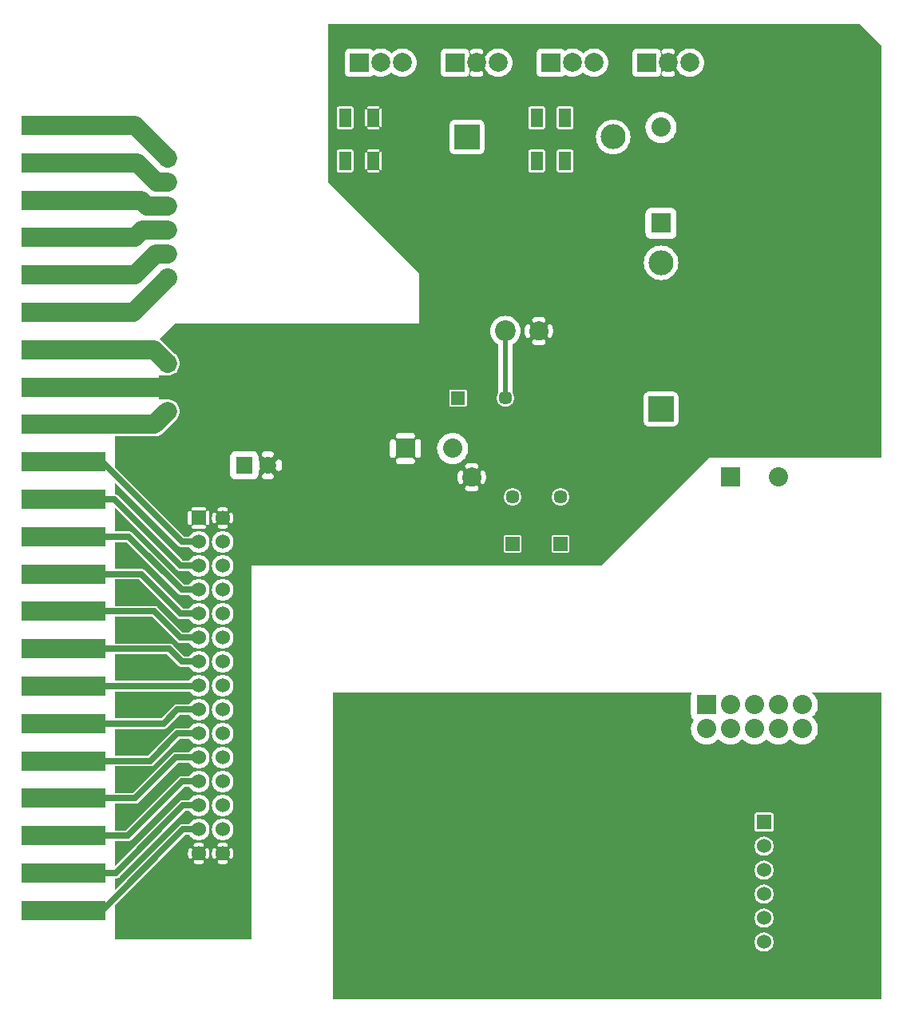
<source format=gbl>
G04 start of page 2 for group 10 layer_idx 1 *
G04 Title: (unknown), bottom_copper *
G04 Creator: pcb-rnd 2.3.2 *
G04 CreationDate: 2021-07-14 03:04:30 UTC *
G04 For:  *
G04 Format: Gerber/RS-274X *
G04 PCB-Dimensions: 1000000 1000000 *
G04 PCB-Coordinate-Origin: lower left *
%MOIN*%
%FSLAX25Y25*%
%LNBOTTOM_COPPER_NONE_10*%
%ADD46C,0.0276*%
%ADD45C,0.0380*%
%ADD44C,0.0256*%
%ADD43C,0.0315*%
%ADD42C,0.0640*%
%ADD41C,0.0394*%
%ADD40C,0.0420*%
%ADD39C,0.0689*%
%ADD38C,0.0600*%
%ADD37C,0.0571*%
%ADD36C,0.0866*%
%ADD35C,0.1040*%
%ADD34C,0.0787*%
%ADD33C,0.0700*%
%ADD32C,0.0200*%
%ADD31C,0.0250*%
%ADD30C,0.0800*%
%ADD29C,0.0001*%
G54D29*G36*
X169500Y780500D02*X155500D01*
Y790500D01*
X169500D01*
Y780500D01*
G37*
G36*
X448000Y937000D02*X457000Y928000D01*
Y756000D01*
X385000D01*
X377007Y748007D01*
Y915045D01*
X377016Y915045D01*
X377947Y915118D01*
X378856Y915336D01*
X379719Y915694D01*
X380516Y916182D01*
X381227Y916789D01*
X381834Y917500D01*
X382322Y918296D01*
X382680Y919160D01*
X382898Y920068D01*
X382953Y921000D01*
X382898Y921932D01*
X382680Y922840D01*
X382322Y923704D01*
X381834Y924500D01*
X381227Y925211D01*
X380516Y925818D01*
X379719Y926306D01*
X378856Y926664D01*
X377947Y926882D01*
X377016Y926955D01*
X377007Y926955D01*
Y937000D01*
X448000D01*
G37*
G36*
X377007D02*Y926955D01*
X376084Y926882D01*
X375175Y926664D01*
X374312Y926306D01*
X373515Y925818D01*
X372805Y925211D01*
X372198Y924500D01*
X371710Y923704D01*
X371352Y922840D01*
X371134Y921932D01*
X371060Y921000D01*
X371134Y920068D01*
X371352Y919160D01*
X371710Y918296D01*
X372198Y917500D01*
X372805Y916789D01*
X373515Y916182D01*
X374312Y915694D01*
X375175Y915336D01*
X376084Y915118D01*
X377007Y915045D01*
Y748007D01*
X368002Y739002D01*
Y769288D01*
X370122D01*
X370200Y769282D01*
X370514Y769307D01*
X370514Y769307D01*
X370820Y769380D01*
X371111Y769501D01*
X371379Y769665D01*
X371619Y769870D01*
X371823Y770109D01*
X371988Y770377D01*
X372108Y770668D01*
X372181Y770974D01*
X372206Y771288D01*
X372200Y771367D01*
Y781610D01*
X372206Y781688D01*
X372181Y782002D01*
X372181Y782002D01*
X372108Y782308D01*
X371988Y782599D01*
X371823Y782867D01*
X371619Y783107D01*
X371379Y783311D01*
X371111Y783476D01*
X370820Y783596D01*
X370514Y783670D01*
X370200Y783694D01*
X370122Y783688D01*
X368002D01*
Y830962D01*
X368279Y831077D01*
X369245Y831669D01*
X370107Y832405D01*
X370843Y833267D01*
X371435Y834233D01*
X371869Y835280D01*
X372133Y836382D01*
X372200Y837512D01*
X372133Y838642D01*
X371869Y839744D01*
X371435Y840791D01*
X370843Y841757D01*
X370107Y842619D01*
X369245Y843355D01*
X368279Y843947D01*
X368002Y844061D01*
Y847500D01*
X368902D01*
X369000Y847492D01*
X369392Y847523D01*
X369392Y847523D01*
X369775Y847615D01*
X370138Y847766D01*
X370474Y847971D01*
X370773Y848227D01*
X371029Y848526D01*
X371234Y848862D01*
X371385Y849225D01*
X371477Y849608D01*
X371508Y850000D01*
X371500Y850098D01*
Y857902D01*
X371508Y858000D01*
X371477Y858392D01*
X371477Y858392D01*
X371385Y858775D01*
X371234Y859138D01*
X371029Y859474D01*
X370773Y859773D01*
X370474Y860029D01*
X370138Y860234D01*
X369775Y860385D01*
X369392Y860477D01*
X369000Y860508D01*
X368902Y860500D01*
X368002D01*
Y888216D01*
X368832Y888725D01*
X369610Y889390D01*
X370275Y890168D01*
X370809Y891040D01*
X371201Y891985D01*
X371440Y892980D01*
X371500Y894000D01*
X371440Y895020D01*
X371201Y896015D01*
X370809Y896960D01*
X370275Y897832D01*
X369610Y898610D01*
X368832Y899275D01*
X368002Y899784D01*
Y915056D01*
X368564Y915083D01*
X369123Y915163D01*
X369672Y915296D01*
X370206Y915481D01*
X370348Y915550D01*
X370477Y915642D01*
X370591Y915752D01*
X370685Y915879D01*
X370759Y916019D01*
X370809Y916168D01*
X370836Y916324D01*
X370838Y916482D01*
X370815Y916639D01*
X370768Y916790D01*
X370698Y916931D01*
X370607Y917061D01*
X370496Y917174D01*
X370370Y917268D01*
X370230Y917342D01*
X370080Y917392D01*
X369924Y917419D01*
X369766Y917421D01*
X369610Y917398D01*
X369460Y917348D01*
X369108Y917222D01*
X368744Y917134D01*
X368374Y917081D01*
X368002Y917063D01*
Y924937D01*
X368374Y924919D01*
X368744Y924866D01*
X369108Y924778D01*
X369461Y924656D01*
X369611Y924606D01*
X369766Y924583D01*
X369924Y924585D01*
X370079Y924612D01*
X370228Y924662D01*
X370367Y924736D01*
X370493Y924830D01*
X370603Y924942D01*
X370694Y925071D01*
X370764Y925212D01*
X370811Y925362D01*
X370833Y925518D01*
X370832Y925675D01*
X370805Y925831D01*
X370754Y925980D01*
X370681Y926119D01*
X370587Y926245D01*
X370475Y926355D01*
X370346Y926446D01*
X370204Y926513D01*
X369672Y926704D01*
X369123Y926837D01*
X368564Y926917D01*
X368002Y926944D01*
Y937000D01*
X377007D01*
G37*
G36*
X359180Y769380D02*X359486Y769307D01*
X359800Y769282D01*
X359878Y769288D01*
X368002D01*
Y739002D01*
X358984Y729984D01*
Y769461D01*
X359180Y769380D01*
G37*
G36*
X359157Y833267D02*X359893Y832405D01*
X360755Y831669D01*
X361721Y831077D01*
X362768Y830643D01*
X363870Y830379D01*
X365000Y830290D01*
X366130Y830379D01*
X367232Y830643D01*
X368002Y830962D01*
Y783688D01*
X359878D01*
X359800Y783694D01*
X359486Y783670D01*
X359486Y783670D01*
X359180Y783596D01*
X358984Y783515D01*
Y833549D01*
X359157Y833267D01*
G37*
G36*
X359227Y848227D02*X359526Y847971D01*
X359862Y847766D01*
X360225Y847615D01*
X360608Y847523D01*
X361000Y847492D01*
X361098Y847500D01*
X368002D01*
Y844061D01*
X367232Y844381D01*
X366130Y844645D01*
X365000Y844734D01*
X363870Y844645D01*
X362768Y844381D01*
X361721Y843947D01*
X360755Y843355D01*
X359893Y842619D01*
X359157Y841757D01*
X358984Y841475D01*
Y848511D01*
X359227Y848227D01*
G37*
G36*
X359191Y891040D02*X359725Y890168D01*
X360390Y889390D01*
X361168Y888725D01*
X362040Y888191D01*
X362985Y887799D01*
X363980Y887560D01*
X365000Y887480D01*
X366020Y887560D01*
X367015Y887799D01*
X367960Y888191D01*
X368002Y888216D01*
Y860500D01*
X361098D01*
X361000Y860508D01*
X360608Y860477D01*
X360608Y860477D01*
X360225Y860385D01*
X359862Y860234D01*
X359526Y860029D01*
X359227Y859773D01*
X358984Y859489D01*
Y891538D01*
X359191Y891040D01*
G37*
G36*
X368002Y937000D02*Y926944D01*
X368000Y926944D01*
X367436Y926917D01*
X366877Y926837D01*
X366328Y926704D01*
X365794Y926519D01*
X365652Y926450D01*
X365523Y926358D01*
X365409Y926248D01*
X365315Y926121D01*
X365241Y925981D01*
X365191Y925832D01*
X365164Y925676D01*
X365162Y925518D01*
X365185Y925361D01*
X365232Y925210D01*
X365302Y925069D01*
X365393Y924939D01*
X365504Y924826D01*
X365630Y924732D01*
X365770Y924658D01*
X365920Y924608D01*
X366076Y924581D01*
X366234Y924579D01*
X366390Y924602D01*
X366540Y924652D01*
X366892Y924778D01*
X367256Y924866D01*
X367626Y924919D01*
X368000Y924937D01*
X368002Y924937D01*
Y917063D01*
X368000Y917063D01*
X367626Y917081D01*
X367256Y917134D01*
X366892Y917222D01*
X366539Y917344D01*
X366389Y917394D01*
X366234Y917417D01*
X366076Y917415D01*
X365921Y917388D01*
X365772Y917338D01*
X365633Y917264D01*
X365507Y917170D01*
X365397Y917058D01*
X365306Y916929D01*
X365236Y916788D01*
X365189Y916638D01*
X365167Y916482D01*
X365168Y916325D01*
X365195Y916169D01*
X365246Y916020D01*
X365319Y915881D01*
X365413Y915755D01*
X365525Y915645D01*
X365654Y915554D01*
X365796Y915487D01*
X366328Y915296D01*
X366877Y915163D01*
X367436Y915083D01*
X368000Y915056D01*
X368002Y915056D01*
Y899784D01*
X367960Y899809D01*
X367015Y900201D01*
X366020Y900440D01*
X365000Y900520D01*
X363980Y900440D01*
X362985Y900201D01*
X362040Y899809D01*
X361168Y899275D01*
X360390Y898610D01*
X359725Y897832D01*
X359191Y896960D01*
X358984Y896462D01*
Y915063D01*
X362843D01*
X362921Y915057D01*
X363235Y915082D01*
X363235Y915082D01*
X363541Y915155D01*
X363832Y915275D01*
X364100Y915440D01*
X364340Y915644D01*
X364544Y915884D01*
X364709Y916152D01*
X364829Y916443D01*
X364903Y916749D01*
X364927Y917063D01*
X364921Y917141D01*
Y924859D01*
X364927Y924937D01*
X364903Y925251D01*
X364903Y925251D01*
X364829Y925557D01*
X364709Y925848D01*
X364544Y926116D01*
X364340Y926356D01*
X364100Y926560D01*
X363832Y926725D01*
X363541Y926845D01*
X363235Y926918D01*
X362921Y926943D01*
X362843Y926937D01*
X358984D01*
Y937000D01*
X368002D01*
G37*
G36*
X358984D02*Y926937D01*
X355126D01*
X355047Y926943D01*
X354734Y926918D01*
X354733Y926918D01*
X354427Y926845D01*
X354136Y926725D01*
X353868Y926560D01*
X353629Y926356D01*
X353424Y926116D01*
X353260Y925848D01*
X353139Y925557D01*
X353066Y925251D01*
X353041Y924937D01*
X353047Y924859D01*
Y917141D01*
X353041Y917063D01*
X353066Y916749D01*
X353066Y916749D01*
X353139Y916443D01*
X353260Y916152D01*
X353424Y915884D01*
X353629Y915644D01*
X353868Y915440D01*
X354136Y915275D01*
X354427Y915155D01*
X354733Y915082D01*
X355047Y915057D01*
X355126Y915063D01*
X358984D01*
Y896462D01*
X358799Y896015D01*
X358560Y895020D01*
X358480Y894000D01*
X358560Y892980D01*
X358799Y891985D01*
X358984Y891538D01*
Y859489D01*
X358971Y859474D01*
X358766Y859138D01*
X358615Y858775D01*
X358523Y858392D01*
X358492Y858000D01*
X358500Y857902D01*
Y850098D01*
X358492Y850000D01*
X358523Y849608D01*
X358523Y849608D01*
X358615Y849225D01*
X358766Y848862D01*
X358971Y848526D01*
X358984Y848511D01*
Y841475D01*
X358565Y840791D01*
X358131Y839744D01*
X357867Y838642D01*
X357778Y837512D01*
X357867Y836382D01*
X358131Y835280D01*
X358565Y834233D01*
X358984Y833549D01*
Y783515D01*
X358889Y783476D01*
X358621Y783311D01*
X358381Y783107D01*
X358177Y782867D01*
X358012Y782599D01*
X357892Y782308D01*
X357819Y782002D01*
X357794Y781688D01*
X357800Y781610D01*
Y771367D01*
X357794Y771288D01*
X357819Y770975D01*
X357819Y770974D01*
X357892Y770668D01*
X358012Y770377D01*
X358177Y770109D01*
X358381Y769870D01*
X358621Y769665D01*
X358889Y769501D01*
X358984Y769461D01*
Y729984D01*
X345013Y716013D01*
Y882779D01*
X345024Y882778D01*
X346153Y882867D01*
X347255Y883131D01*
X348302Y883565D01*
X349269Y884157D01*
X350130Y884893D01*
X350867Y885755D01*
X351459Y886721D01*
X351892Y887768D01*
X352157Y888870D01*
X352224Y890000D01*
X352157Y891130D01*
X351892Y892232D01*
X351459Y893279D01*
X350867Y894245D01*
X350130Y895107D01*
X349269Y895843D01*
X348302Y896435D01*
X347255Y896869D01*
X346153Y897133D01*
X345024Y897222D01*
X345013Y897221D01*
Y937000D01*
X358984D01*
G37*
G36*
X345013D02*Y897221D01*
X343894Y897133D01*
X342792Y896869D01*
X341745Y896435D01*
X340779Y895843D01*
X339917Y895107D01*
X339181Y894245D01*
X338589Y893279D01*
X338155Y892232D01*
X337890Y891130D01*
X337801Y890000D01*
X337890Y888870D01*
X338155Y887768D01*
X338589Y886721D01*
X339181Y885755D01*
X339917Y884893D01*
X340779Y884157D01*
X341745Y883565D01*
X342792Y883131D01*
X343894Y882867D01*
X345013Y882779D01*
Y716013D01*
X340000Y711000D01*
X324905D01*
Y716516D01*
X325823D01*
X325854Y716513D01*
X325978Y716523D01*
X325978Y716523D01*
X326098Y716552D01*
X326213Y716599D01*
X326319Y716664D01*
X326413Y716745D01*
X326493Y716839D01*
X326558Y716945D01*
X326606Y717059D01*
X326634Y717180D01*
X326644Y717303D01*
X326642Y717334D01*
Y722981D01*
X326644Y723012D01*
X326634Y723135D01*
X326634Y723135D01*
X326606Y723256D01*
X326558Y723370D01*
X326493Y723476D01*
X326413Y723570D01*
X326319Y723651D01*
X326213Y723716D01*
X326098Y723763D01*
X325978Y723792D01*
X325854Y723802D01*
X325823Y723799D01*
X324905D01*
Y736739D01*
X325147Y736887D01*
X325583Y737259D01*
X325955Y737695D01*
X326255Y738184D01*
X326474Y738714D01*
X326608Y739271D01*
X326642Y739843D01*
X326608Y740414D01*
X326474Y740971D01*
X326255Y741501D01*
X325955Y741990D01*
X325583Y742426D01*
X325147Y742798D01*
X324905Y742946D01*
Y875260D01*
X327425D01*
X327464Y875257D01*
X327621Y875269D01*
X327621Y875269D01*
X327774Y875306D01*
X327919Y875366D01*
X328054Y875448D01*
X328173Y875551D01*
X328276Y875670D01*
X328358Y875805D01*
X328418Y875950D01*
X328455Y876103D01*
X328467Y876260D01*
X328464Y876299D01*
Y883701D01*
X328467Y883740D01*
X328455Y883897D01*
X328455Y883897D01*
X328418Y884050D01*
X328358Y884195D01*
X328276Y884330D01*
X328173Y884449D01*
X328054Y884552D01*
X327919Y884634D01*
X327774Y884694D01*
X327621Y884731D01*
X327464Y884743D01*
X327425Y884740D01*
X324905D01*
Y893260D01*
X327425D01*
X327464Y893257D01*
X327621Y893269D01*
X327621Y893269D01*
X327774Y893306D01*
X327919Y893366D01*
X328054Y893448D01*
X328173Y893551D01*
X328276Y893670D01*
X328358Y893805D01*
X328418Y893950D01*
X328455Y894103D01*
X328467Y894260D01*
X328464Y894299D01*
Y901701D01*
X328467Y901740D01*
X328455Y901897D01*
X328455Y901897D01*
X328418Y902050D01*
X328358Y902195D01*
X328276Y902330D01*
X328173Y902449D01*
X328054Y902552D01*
X327919Y902634D01*
X327774Y902694D01*
X327621Y902731D01*
X327464Y902743D01*
X327425Y902740D01*
X324905D01*
Y915934D01*
X325296Y915694D01*
X326160Y915336D01*
X327068Y915118D01*
X328000Y915045D01*
X328932Y915118D01*
X329840Y915336D01*
X330704Y915694D01*
X331500Y916182D01*
X332211Y916789D01*
X332508Y917136D01*
X332805Y916789D01*
X333515Y916182D01*
X334312Y915694D01*
X335175Y915336D01*
X336084Y915118D01*
X337016Y915045D01*
X337947Y915118D01*
X338856Y915336D01*
X339719Y915694D01*
X340516Y916182D01*
X341227Y916789D01*
X341834Y917500D01*
X342322Y918296D01*
X342680Y919160D01*
X342898Y920068D01*
X342953Y921000D01*
X342898Y921932D01*
X342680Y922840D01*
X342322Y923704D01*
X341834Y924500D01*
X341227Y925211D01*
X340516Y925818D01*
X339719Y926306D01*
X338856Y926664D01*
X337947Y926882D01*
X337016Y926955D01*
X336084Y926882D01*
X335175Y926664D01*
X334312Y926306D01*
X333515Y925818D01*
X332805Y925211D01*
X332508Y924864D01*
X332211Y925211D01*
X331500Y925818D01*
X330704Y926306D01*
X329840Y926664D01*
X328932Y926882D01*
X328000Y926955D01*
X327068Y926882D01*
X326160Y926664D01*
X325296Y926306D01*
X324905Y926066D01*
Y937000D01*
X345013D01*
G37*
G36*
X318761Y711000D02*Y806183D01*
X318831Y806195D01*
X318980Y806246D01*
X319119Y806319D01*
X319245Y806413D01*
X319355Y806525D01*
X319446Y806654D01*
X319513Y806796D01*
X319704Y807328D01*
X319837Y807877D01*
X319917Y808436D01*
X319944Y809000D01*
X319917Y809564D01*
X319837Y810123D01*
X319704Y810672D01*
X319519Y811206D01*
X319450Y811348D01*
X319358Y811477D01*
X319248Y811591D01*
X319121Y811685D01*
X318981Y811759D01*
X318832Y811809D01*
X318761Y811821D01*
Y915063D01*
X322843D01*
X322921Y915057D01*
X323235Y915082D01*
X323235Y915082D01*
X323541Y915155D01*
X323832Y915275D01*
X324100Y915440D01*
X324340Y915644D01*
X324544Y915884D01*
X324665Y916081D01*
X324905Y915934D01*
Y902740D01*
X322385D01*
X322346Y902743D01*
X322189Y902731D01*
X322189Y902731D01*
X322036Y902694D01*
X321891Y902634D01*
X321756Y902552D01*
X321637Y902449D01*
X321534Y902330D01*
X321452Y902195D01*
X321392Y902050D01*
X321355Y901897D01*
X321343Y901740D01*
X321346Y901701D01*
Y894299D01*
X321343Y894260D01*
X321355Y894103D01*
X321355Y894103D01*
X321392Y893950D01*
X321452Y893805D01*
X321534Y893670D01*
X321637Y893551D01*
X321756Y893448D01*
X321891Y893366D01*
X322036Y893306D01*
X322189Y893269D01*
X322346Y893257D01*
X322385Y893260D01*
X324905D01*
Y884740D01*
X322385D01*
X322346Y884743D01*
X322189Y884731D01*
X322189Y884731D01*
X322036Y884694D01*
X321891Y884634D01*
X321756Y884552D01*
X321637Y884449D01*
X321534Y884330D01*
X321452Y884195D01*
X321392Y884050D01*
X321355Y883897D01*
X321343Y883740D01*
X321346Y883701D01*
Y876299D01*
X321343Y876260D01*
X321355Y876103D01*
X321355Y876103D01*
X321392Y875950D01*
X321452Y875805D01*
X321534Y875670D01*
X321637Y875551D01*
X321756Y875448D01*
X321891Y875366D01*
X322036Y875306D01*
X322189Y875269D01*
X322346Y875257D01*
X322385Y875260D01*
X324905D01*
Y742946D01*
X324658Y743097D01*
X324129Y743317D01*
X323571Y743451D01*
X323000Y743495D01*
X322429Y743451D01*
X321871Y743317D01*
X321342Y743097D01*
X320853Y742798D01*
X320417Y742426D01*
X320045Y741990D01*
X319745Y741501D01*
X319526Y740971D01*
X319392Y740414D01*
X319347Y739843D01*
X319392Y739271D01*
X319526Y738714D01*
X319745Y738184D01*
X320045Y737695D01*
X320417Y737259D01*
X320853Y736887D01*
X321342Y736588D01*
X321871Y736368D01*
X322429Y736235D01*
X323000Y736190D01*
X323571Y736235D01*
X324129Y736368D01*
X324658Y736588D01*
X324905Y736739D01*
Y723799D01*
X320177D01*
X320146Y723802D01*
X320022Y723792D01*
X320022Y723792D01*
X319902Y723763D01*
X319787Y723716D01*
X319681Y723651D01*
X319587Y723570D01*
X319507Y723476D01*
X319442Y723370D01*
X319394Y723256D01*
X319366Y723135D01*
X319356Y723012D01*
X319358Y722981D01*
Y717334D01*
X319356Y717303D01*
X319366Y717180D01*
X319366Y717180D01*
X319394Y717059D01*
X319442Y716945D01*
X319507Y716839D01*
X319587Y716745D01*
X319681Y716664D01*
X319787Y716599D01*
X319902Y716552D01*
X320022Y716523D01*
X320146Y716513D01*
X320177Y716516D01*
X324905D01*
Y711000D01*
X318761D01*
G37*
G36*
X313095D02*Y803132D01*
X313436Y803083D01*
X314000Y803056D01*
X314564Y803083D01*
X315123Y803163D01*
X315672Y803296D01*
X316206Y803481D01*
X316348Y803550D01*
X316477Y803642D01*
X316591Y803752D01*
X316685Y803879D01*
X316759Y804019D01*
X316809Y804168D01*
X316836Y804324D01*
X316838Y804482D01*
X316815Y804639D01*
X316768Y804790D01*
X316698Y804931D01*
X316607Y805061D01*
X316496Y805174D01*
X316370Y805268D01*
X316230Y805342D01*
X316080Y805392D01*
X315924Y805419D01*
X315766Y805421D01*
X315610Y805398D01*
X315460Y805348D01*
X315108Y805222D01*
X314744Y805134D01*
X314374Y805081D01*
X314000Y805063D01*
X313626Y805081D01*
X313256Y805134D01*
X313095Y805173D01*
Y812827D01*
X313256Y812866D01*
X313626Y812919D01*
X314000Y812937D01*
X314374Y812919D01*
X314744Y812866D01*
X315108Y812778D01*
X315461Y812656D01*
X315611Y812606D01*
X315766Y812583D01*
X315924Y812585D01*
X316079Y812612D01*
X316228Y812662D01*
X316367Y812736D01*
X316493Y812830D01*
X316603Y812942D01*
X316694Y813071D01*
X316764Y813212D01*
X316811Y813362D01*
X316833Y813518D01*
X316832Y813675D01*
X316805Y813831D01*
X316754Y813980D01*
X316681Y814119D01*
X316587Y814245D01*
X316475Y814355D01*
X316346Y814446D01*
X316204Y814513D01*
X315672Y814704D01*
X315123Y814837D01*
X314564Y814917D01*
X314000Y814944D01*
X313436Y814917D01*
X313095Y814868D01*
Y875260D01*
X315615D01*
X315654Y875257D01*
X315811Y875269D01*
X315811Y875269D01*
X315964Y875306D01*
X316109Y875366D01*
X316244Y875448D01*
X316363Y875551D01*
X316466Y875670D01*
X316548Y875805D01*
X316608Y875950D01*
X316645Y876103D01*
X316657Y876260D01*
X316654Y876299D01*
Y883701D01*
X316657Y883740D01*
X316645Y883897D01*
X316645Y883897D01*
X316608Y884050D01*
X316548Y884195D01*
X316466Y884330D01*
X316363Y884449D01*
X316244Y884552D01*
X316109Y884634D01*
X315964Y884694D01*
X315811Y884731D01*
X315654Y884743D01*
X315615Y884740D01*
X313095D01*
Y893260D01*
X315615D01*
X315654Y893257D01*
X315811Y893269D01*
X315811Y893269D01*
X315964Y893306D01*
X316109Y893366D01*
X316244Y893448D01*
X316363Y893551D01*
X316466Y893670D01*
X316548Y893805D01*
X316608Y893950D01*
X316645Y894103D01*
X316657Y894260D01*
X316654Y894299D01*
Y901701D01*
X316657Y901740D01*
X316645Y901897D01*
X316645Y901897D01*
X316608Y902050D01*
X316548Y902195D01*
X316466Y902330D01*
X316363Y902449D01*
X316244Y902552D01*
X316109Y902634D01*
X315964Y902694D01*
X315811Y902731D01*
X315654Y902743D01*
X315615Y902740D01*
X313095D01*
Y916627D01*
X313139Y916443D01*
X313260Y916152D01*
X313424Y915884D01*
X313629Y915644D01*
X313868Y915440D01*
X314136Y915275D01*
X314427Y915155D01*
X314733Y915082D01*
X315047Y915057D01*
X315126Y915063D01*
X318761D01*
Y811821D01*
X318676Y811836D01*
X318518Y811838D01*
X318361Y811815D01*
X318210Y811768D01*
X318069Y811698D01*
X317939Y811607D01*
X317826Y811496D01*
X317732Y811370D01*
X317658Y811230D01*
X317608Y811080D01*
X317581Y810924D01*
X317579Y810766D01*
X317602Y810610D01*
X317652Y810460D01*
X317778Y810108D01*
X317866Y809744D01*
X317919Y809374D01*
X317937Y809000D01*
X317919Y808626D01*
X317866Y808256D01*
X317778Y807892D01*
X317656Y807539D01*
X317606Y807389D01*
X317583Y807234D01*
X317585Y807076D01*
X317612Y806921D01*
X317662Y806772D01*
X317736Y806633D01*
X317830Y806507D01*
X317942Y806397D01*
X318071Y806306D01*
X318212Y806236D01*
X318362Y806189D01*
X318518Y806167D01*
X318675Y806168D01*
X318761Y806183D01*
Y711000D01*
X313095D01*
G37*
G36*
X324905Y937000D02*Y926066D01*
X324665Y925919D01*
X324544Y926116D01*
X324340Y926356D01*
X324100Y926560D01*
X323832Y926725D01*
X323541Y926845D01*
X323235Y926918D01*
X322921Y926943D01*
X322843Y926937D01*
X315126D01*
X315047Y926943D01*
X314734Y926918D01*
X314733Y926918D01*
X314427Y926845D01*
X314136Y926725D01*
X313868Y926560D01*
X313629Y926356D01*
X313424Y926116D01*
X313260Y925848D01*
X313139Y925557D01*
X313095Y925373D01*
Y937000D01*
X324905D01*
G37*
G36*
X313095D02*Y925373D01*
X313066Y925251D01*
X313041Y924937D01*
X313047Y924859D01*
Y917141D01*
X313041Y917063D01*
X313066Y916749D01*
X313066Y916749D01*
X313095Y916627D01*
Y902740D01*
X310575D01*
X310536Y902743D01*
X310379Y902731D01*
X310379Y902731D01*
X310226Y902694D01*
X310081Y902634D01*
X309946Y902552D01*
X309827Y902449D01*
X309724Y902330D01*
X309642Y902195D01*
X309582Y902050D01*
X309545Y901897D01*
X309533Y901740D01*
X309536Y901701D01*
Y894299D01*
X309533Y894260D01*
X309545Y894103D01*
X309545Y894103D01*
X309582Y893950D01*
X309642Y893805D01*
X309724Y893670D01*
X309827Y893551D01*
X309946Y893448D01*
X310081Y893366D01*
X310226Y893306D01*
X310379Y893269D01*
X310536Y893257D01*
X310575Y893260D01*
X313095D01*
Y884740D01*
X310575D01*
X310536Y884743D01*
X310379Y884731D01*
X310379Y884731D01*
X310226Y884694D01*
X310081Y884634D01*
X309946Y884552D01*
X309827Y884449D01*
X309724Y884330D01*
X309642Y884195D01*
X309582Y884050D01*
X309545Y883897D01*
X309533Y883740D01*
X309536Y883701D01*
Y876299D01*
X309533Y876260D01*
X309545Y876103D01*
X309545Y876103D01*
X309582Y875950D01*
X309642Y875805D01*
X309724Y875670D01*
X309827Y875551D01*
X309946Y875448D01*
X310081Y875366D01*
X310226Y875306D01*
X310379Y875269D01*
X310536Y875257D01*
X310575Y875260D01*
X313095D01*
Y814868D01*
X312877Y814837D01*
X312328Y814704D01*
X311794Y814519D01*
X311652Y814450D01*
X311523Y814358D01*
X311409Y814248D01*
X311315Y814121D01*
X311241Y813981D01*
X311191Y813832D01*
X311164Y813676D01*
X311162Y813518D01*
X311185Y813361D01*
X311232Y813210D01*
X311302Y813069D01*
X311393Y812939D01*
X311504Y812826D01*
X311630Y812732D01*
X311770Y812658D01*
X311920Y812608D01*
X312076Y812581D01*
X312234Y812579D01*
X312390Y812602D01*
X312540Y812652D01*
X312892Y812778D01*
X313095Y812827D01*
Y805173D01*
X312892Y805222D01*
X312539Y805344D01*
X312389Y805394D01*
X312234Y805417D01*
X312076Y805415D01*
X311921Y805388D01*
X311772Y805338D01*
X311633Y805264D01*
X311507Y805170D01*
X311397Y805058D01*
X311306Y804929D01*
X311236Y804788D01*
X311189Y804638D01*
X311167Y804482D01*
X311168Y804325D01*
X311195Y804169D01*
X311246Y804020D01*
X311319Y803881D01*
X311413Y803755D01*
X311525Y803645D01*
X311654Y803554D01*
X311796Y803487D01*
X312328Y803296D01*
X312877Y803163D01*
X313095Y803132D01*
Y711000D01*
X309239D01*
Y806179D01*
X309324Y806164D01*
X309482Y806162D01*
X309639Y806185D01*
X309790Y806232D01*
X309931Y806302D01*
X310061Y806393D01*
X310174Y806504D01*
X310268Y806630D01*
X310342Y806770D01*
X310392Y806920D01*
X310419Y807076D01*
X310421Y807234D01*
X310398Y807390D01*
X310348Y807540D01*
X310222Y807892D01*
X310134Y808256D01*
X310081Y808626D01*
X310063Y809000D01*
X310081Y809374D01*
X310134Y809744D01*
X310222Y810108D01*
X310344Y810461D01*
X310394Y810611D01*
X310417Y810766D01*
X310415Y810924D01*
X310388Y811079D01*
X310338Y811228D01*
X310264Y811367D01*
X310170Y811493D01*
X310058Y811603D01*
X309929Y811694D01*
X309788Y811764D01*
X309638Y811811D01*
X309482Y811833D01*
X309325Y811832D01*
X309239Y811817D01*
Y937000D01*
X313095D01*
G37*
G36*
X309239D02*Y811817D01*
X309169Y811805D01*
X309020Y811754D01*
X308881Y811681D01*
X308755Y811587D01*
X308645Y811475D01*
X308554Y811346D01*
X308487Y811204D01*
X308296Y810672D01*
X308163Y810123D01*
X308083Y809564D01*
X308056Y809000D01*
X308083Y808436D01*
X308163Y807877D01*
X308296Y807328D01*
X308481Y806794D01*
X308550Y806652D01*
X308642Y806523D01*
X308752Y806409D01*
X308879Y806315D01*
X309019Y806241D01*
X309168Y806191D01*
X309239Y806179D01*
Y711000D01*
X299990D01*
Y716531D01*
X300022Y716523D01*
X300146Y716513D01*
X300177Y716516D01*
X305823D01*
X305854Y716513D01*
X305978Y716523D01*
X305978Y716523D01*
X306098Y716552D01*
X306213Y716599D01*
X306319Y716664D01*
X306413Y716745D01*
X306493Y716839D01*
X306558Y716945D01*
X306606Y717059D01*
X306634Y717180D01*
X306644Y717303D01*
X306642Y717334D01*
Y722981D01*
X306644Y723012D01*
X306634Y723135D01*
X306634Y723135D01*
X306606Y723256D01*
X306558Y723370D01*
X306493Y723476D01*
X306413Y723570D01*
X306319Y723651D01*
X306213Y723716D01*
X306098Y723763D01*
X305978Y723792D01*
X305854Y723802D01*
X305823Y723799D01*
X300177D01*
X300146Y723802D01*
X300022Y723792D01*
X300022Y723792D01*
X299990Y723784D01*
Y737784D01*
X300045Y737695D01*
X300417Y737259D01*
X300853Y736887D01*
X301342Y736588D01*
X301871Y736368D01*
X302429Y736235D01*
X303000Y736190D01*
X303571Y736235D01*
X304129Y736368D01*
X304658Y736588D01*
X305147Y736887D01*
X305583Y737259D01*
X305955Y737695D01*
X306255Y738184D01*
X306474Y738714D01*
X306608Y739271D01*
X306642Y739843D01*
X306608Y740414D01*
X306474Y740971D01*
X306255Y741501D01*
X305955Y741990D01*
X305583Y742426D01*
X305147Y742798D01*
X304658Y743097D01*
X304129Y743317D01*
X303571Y743451D01*
X303000Y743495D01*
X302429Y743451D01*
X301871Y743317D01*
X301342Y743097D01*
X300853Y742798D01*
X300417Y742426D01*
X300045Y741990D01*
X299990Y741901D01*
Y777348D01*
X300000Y777347D01*
X300571Y777392D01*
X301129Y777526D01*
X301658Y777745D01*
X302147Y778045D01*
X302583Y778417D01*
X302955Y778853D01*
X303255Y779342D01*
X303474Y779871D01*
X303608Y780429D01*
X303642Y781000D01*
X303608Y781571D01*
X303474Y782129D01*
X303255Y782658D01*
X303000Y783074D01*
Y803414D01*
X303733Y803863D01*
X304490Y804510D01*
X305137Y805267D01*
X305658Y806117D01*
X306039Y807038D01*
X306272Y808007D01*
X306331Y809000D01*
X306272Y809993D01*
X306039Y810962D01*
X305658Y811883D01*
X305137Y812733D01*
X304490Y813490D01*
X303733Y814137D01*
X302883Y814658D01*
X301962Y815039D01*
X300993Y815272D01*
X300000Y815350D01*
X299990Y815349D01*
Y915860D01*
X300516Y916182D01*
X301227Y916789D01*
X301834Y917500D01*
X302322Y918296D01*
X302680Y919160D01*
X302898Y920068D01*
X302953Y921000D01*
X302898Y921932D01*
X302680Y922840D01*
X302322Y923704D01*
X301834Y924500D01*
X301227Y925211D01*
X300516Y925818D01*
X299990Y926140D01*
Y937000D01*
X309239D01*
G37*
G36*
X299990D02*Y926140D01*
X299719Y926306D01*
X298856Y926664D01*
X297947Y926882D01*
X297016Y926955D01*
X296084Y926882D01*
X295175Y926664D01*
X294312Y926306D01*
X293515Y925818D01*
X292805Y925211D01*
X292198Y924500D01*
X291710Y923704D01*
X291352Y922840D01*
X291134Y921932D01*
X291060Y921000D01*
X291134Y920068D01*
X291352Y919160D01*
X291710Y918296D01*
X292198Y917500D01*
X292805Y916789D01*
X293515Y916182D01*
X294312Y915694D01*
X295175Y915336D01*
X296084Y915118D01*
X297016Y915045D01*
X297947Y915118D01*
X298856Y915336D01*
X299719Y915694D01*
X299990Y915860D01*
Y815349D01*
X299007Y815272D01*
X298038Y815039D01*
X297117Y814658D01*
X296267Y814137D01*
X295510Y813490D01*
X294863Y812733D01*
X294342Y811883D01*
X293961Y810962D01*
X293728Y809993D01*
X293650Y809000D01*
X293728Y808007D01*
X293961Y807038D01*
X294342Y806117D01*
X294863Y805267D01*
X295510Y804510D01*
X296267Y803863D01*
X297000Y803414D01*
Y783074D01*
X296745Y782658D01*
X296526Y782129D01*
X296392Y781571D01*
X296347Y781000D01*
X296392Y780429D01*
X296526Y779871D01*
X296745Y779342D01*
X297045Y778853D01*
X297417Y778417D01*
X297853Y778045D01*
X298342Y777745D01*
X298871Y777526D01*
X299429Y777392D01*
X299990Y777348D01*
Y741901D01*
X299745Y741501D01*
X299526Y740971D01*
X299392Y740414D01*
X299347Y739843D01*
X299392Y739271D01*
X299526Y738714D01*
X299745Y738184D01*
X299990Y737784D01*
Y723784D01*
X299902Y723763D01*
X299787Y723716D01*
X299681Y723651D01*
X299587Y723570D01*
X299507Y723476D01*
X299442Y723370D01*
X299394Y723256D01*
X299366Y723135D01*
X299356Y723012D01*
X299358Y722981D01*
Y717334D01*
X299356Y717303D01*
X299366Y717180D01*
X299366Y717180D01*
X299394Y717059D01*
X299442Y716945D01*
X299507Y716839D01*
X299587Y716745D01*
X299681Y716664D01*
X299787Y716599D01*
X299902Y716552D01*
X299990Y716531D01*
Y711000D01*
X290761D01*
Y745183D01*
X290831Y745195D01*
X290980Y745246D01*
X291119Y745319D01*
X291245Y745413D01*
X291355Y745525D01*
X291446Y745654D01*
X291513Y745796D01*
X291704Y746328D01*
X291837Y746877D01*
X291917Y747436D01*
X291944Y748000D01*
X291917Y748564D01*
X291837Y749123D01*
X291704Y749672D01*
X291519Y750206D01*
X291450Y750348D01*
X291358Y750477D01*
X291248Y750591D01*
X291121Y750685D01*
X290981Y750759D01*
X290832Y750809D01*
X290761Y750821D01*
Y883549D01*
X290823Y883621D01*
X290988Y883889D01*
X291108Y884180D01*
X291181Y884486D01*
X291206Y884800D01*
X291200Y884878D01*
Y895122D01*
X291206Y895200D01*
X291181Y895514D01*
X291181Y895514D01*
X291108Y895820D01*
X290988Y896111D01*
X290823Y896379D01*
X290761Y896451D01*
Y916027D01*
X290809Y916168D01*
X290836Y916324D01*
X290838Y916482D01*
X290815Y916639D01*
X290768Y916790D01*
X290761Y916804D01*
Y925207D01*
X290764Y925212D01*
X290811Y925362D01*
X290833Y925518D01*
X290832Y925675D01*
X290805Y925831D01*
X290761Y925959D01*
Y937000D01*
X299990D01*
G37*
G36*
X290698Y916931D02*X290607Y917061D01*
X290496Y917174D01*
X290370Y917268D01*
X290230Y917342D01*
X290080Y917392D01*
X289924Y917419D01*
X289766Y917421D01*
X289610Y917398D01*
X289460Y917348D01*
X289108Y917222D01*
X288744Y917134D01*
X288374Y917081D01*
X288000Y917063D01*
X287626Y917081D01*
X287256Y917134D01*
X286892Y917222D01*
X286539Y917344D01*
X286389Y917394D01*
X286234Y917417D01*
X286076Y917415D01*
X286002Y917402D01*
Y924594D01*
X286076Y924581D01*
X286234Y924579D01*
X286390Y924602D01*
X286540Y924652D01*
X286892Y924778D01*
X287256Y924866D01*
X287626Y924919D01*
X288000Y924937D01*
X288374Y924919D01*
X288744Y924866D01*
X289108Y924778D01*
X289461Y924656D01*
X289611Y924606D01*
X289766Y924583D01*
X289924Y924585D01*
X290079Y924612D01*
X290228Y924662D01*
X290367Y924736D01*
X290493Y924830D01*
X290603Y924942D01*
X290694Y925071D01*
X290761Y925207D01*
Y916804D01*
X290698Y916931D01*
G37*
G36*
X290619Y896619D02*X290379Y896823D01*
X290111Y896988D01*
X289820Y897108D01*
X289514Y897181D01*
X289200Y897206D01*
X289122Y897200D01*
X286002D01*
Y915413D01*
X286328Y915296D01*
X286877Y915163D01*
X287436Y915083D01*
X288000Y915056D01*
X288564Y915083D01*
X289123Y915163D01*
X289672Y915296D01*
X290206Y915481D01*
X290348Y915550D01*
X290477Y915642D01*
X290591Y915752D01*
X290685Y915879D01*
X290759Y916019D01*
X290761Y916027D01*
Y896451D01*
X290619Y896619D01*
G37*
G36*
X286002Y711000D02*Y742056D01*
X286564Y742083D01*
X287123Y742163D01*
X287672Y742296D01*
X288206Y742481D01*
X288348Y742550D01*
X288477Y742642D01*
X288591Y742752D01*
X288685Y742879D01*
X288759Y743019D01*
X288809Y743168D01*
X288836Y743324D01*
X288838Y743482D01*
X288815Y743639D01*
X288768Y743790D01*
X288698Y743931D01*
X288607Y744061D01*
X288496Y744174D01*
X288370Y744268D01*
X288230Y744342D01*
X288080Y744392D01*
X287924Y744419D01*
X287766Y744421D01*
X287610Y744398D01*
X287460Y744348D01*
X287108Y744222D01*
X286744Y744134D01*
X286374Y744081D01*
X286002Y744063D01*
Y751937D01*
X286374Y751919D01*
X286744Y751866D01*
X287108Y751778D01*
X287461Y751656D01*
X287611Y751606D01*
X287766Y751583D01*
X287924Y751585D01*
X288079Y751612D01*
X288228Y751662D01*
X288367Y751736D01*
X288493Y751830D01*
X288603Y751942D01*
X288694Y752071D01*
X288764Y752212D01*
X288811Y752362D01*
X288833Y752518D01*
X288832Y752675D01*
X288805Y752831D01*
X288754Y752980D01*
X288681Y753119D01*
X288587Y753245D01*
X288475Y753355D01*
X288346Y753446D01*
X288204Y753513D01*
X287672Y753704D01*
X287123Y753837D01*
X286564Y753917D01*
X286002Y753944D01*
Y882800D01*
X289122D01*
X289200Y882794D01*
X289514Y882819D01*
X289514Y882819D01*
X289820Y882892D01*
X290111Y883012D01*
X290379Y883177D01*
X290619Y883381D01*
X290761Y883549D01*
Y750821D01*
X290676Y750836D01*
X290518Y750838D01*
X290361Y750815D01*
X290210Y750768D01*
X290069Y750698D01*
X289939Y750607D01*
X289826Y750496D01*
X289732Y750370D01*
X289658Y750230D01*
X289608Y750080D01*
X289581Y749924D01*
X289579Y749766D01*
X289602Y749610D01*
X289652Y749460D01*
X289778Y749108D01*
X289866Y748744D01*
X289919Y748374D01*
X289937Y748000D01*
X289919Y747626D01*
X289866Y747256D01*
X289778Y746892D01*
X289656Y746539D01*
X289606Y746389D01*
X289583Y746234D01*
X289585Y746076D01*
X289612Y745921D01*
X289662Y745772D01*
X289736Y745633D01*
X289830Y745507D01*
X289942Y745397D01*
X290071Y745306D01*
X290212Y745236D01*
X290362Y745189D01*
X290518Y745167D01*
X290675Y745168D01*
X290761Y745183D01*
Y711000D01*
X286002D01*
G37*
G36*
X290761Y937000D02*Y925959D01*
X290754Y925980D01*
X290681Y926119D01*
X290587Y926245D01*
X290475Y926355D01*
X290346Y926446D01*
X290204Y926513D01*
X289672Y926704D01*
X289123Y926837D01*
X288564Y926917D01*
X288000Y926944D01*
X287436Y926917D01*
X286877Y926837D01*
X286328Y926704D01*
X286002Y926591D01*
Y937000D01*
X290761D01*
G37*
G36*
X280315Y711000D02*Y746274D01*
X280481Y745794D01*
X280550Y745652D01*
X280642Y745523D01*
X280752Y745409D01*
X280879Y745315D01*
X281019Y745241D01*
X281168Y745191D01*
X281324Y745164D01*
X281482Y745162D01*
X281639Y745185D01*
X281790Y745232D01*
X281931Y745302D01*
X282061Y745393D01*
X282174Y745504D01*
X282268Y745630D01*
X282342Y745770D01*
X282392Y745920D01*
X282419Y746076D01*
X282421Y746234D01*
X282398Y746390D01*
X282348Y746540D01*
X282222Y746892D01*
X282134Y747256D01*
X282081Y747626D01*
X282063Y748000D01*
X282081Y748374D01*
X282134Y748744D01*
X282222Y749108D01*
X282344Y749461D01*
X282394Y749611D01*
X282417Y749766D01*
X282415Y749924D01*
X282388Y750079D01*
X282338Y750228D01*
X282264Y750367D01*
X282170Y750493D01*
X282058Y750603D01*
X281929Y750694D01*
X281788Y750764D01*
X281638Y750811D01*
X281482Y750833D01*
X281325Y750832D01*
X281169Y750805D01*
X281020Y750754D01*
X280881Y750681D01*
X280755Y750587D01*
X280645Y750475D01*
X280554Y750346D01*
X280487Y750204D01*
X280315Y749724D01*
Y753923D01*
X280960Y754191D01*
X281832Y754725D01*
X282610Y755390D01*
X283275Y756168D01*
X283809Y757040D01*
X284201Y757985D01*
X284440Y758980D01*
X284500Y760000D01*
X284440Y761020D01*
X284201Y762015D01*
X283809Y762960D01*
X283275Y763832D01*
X282610Y764610D01*
X281832Y765275D01*
X280960Y765809D01*
X280315Y766077D01*
Y777358D01*
X283138D01*
X283169Y777356D01*
X283293Y777366D01*
X283293Y777366D01*
X283413Y777394D01*
X283528Y777442D01*
X283634Y777507D01*
X283728Y777587D01*
X283808Y777681D01*
X283873Y777787D01*
X283920Y777902D01*
X283949Y778022D01*
X283959Y778146D01*
X283957Y778177D01*
Y783823D01*
X283959Y783854D01*
X283949Y783978D01*
X283949Y783978D01*
X283920Y784098D01*
X283873Y784213D01*
X283808Y784319D01*
X283728Y784413D01*
X283634Y784493D01*
X283528Y784558D01*
X283413Y784606D01*
X283293Y784634D01*
X283169Y784644D01*
X283138Y784642D01*
X280315D01*
Y882800D01*
X286002D01*
Y753944D01*
X286000Y753944D01*
X285436Y753917D01*
X284877Y753837D01*
X284328Y753704D01*
X283794Y753519D01*
X283652Y753450D01*
X283523Y753358D01*
X283409Y753248D01*
X283315Y753121D01*
X283241Y752981D01*
X283191Y752832D01*
X283164Y752676D01*
X283162Y752518D01*
X283185Y752361D01*
X283232Y752210D01*
X283302Y752069D01*
X283393Y751939D01*
X283504Y751826D01*
X283630Y751732D01*
X283770Y751658D01*
X283920Y751608D01*
X284076Y751581D01*
X284234Y751579D01*
X284390Y751602D01*
X284540Y751652D01*
X284892Y751778D01*
X285256Y751866D01*
X285626Y751919D01*
X286000Y751937D01*
X286002Y751937D01*
Y744063D01*
X286000Y744063D01*
X285626Y744081D01*
X285256Y744134D01*
X284892Y744222D01*
X284539Y744344D01*
X284389Y744394D01*
X284234Y744417D01*
X284076Y744415D01*
X283921Y744388D01*
X283772Y744338D01*
X283633Y744264D01*
X283507Y744170D01*
X283397Y744058D01*
X283306Y743929D01*
X283236Y743788D01*
X283189Y743638D01*
X283167Y743482D01*
X283168Y743325D01*
X283195Y743169D01*
X283246Y743020D01*
X283319Y742881D01*
X283413Y742755D01*
X283525Y742645D01*
X283654Y742554D01*
X283796Y742487D01*
X284328Y742296D01*
X284877Y742163D01*
X285436Y742083D01*
X286000Y742056D01*
X286002Y742056D01*
Y711000D01*
X280315D01*
G37*
G36*
X286002Y937000D02*Y926591D01*
X285794Y926519D01*
X285652Y926450D01*
X285523Y926358D01*
X285409Y926248D01*
X285315Y926121D01*
X285241Y925981D01*
X285191Y925832D01*
X285164Y925676D01*
X285162Y925518D01*
X285185Y925361D01*
X285232Y925210D01*
X285302Y925069D01*
X285393Y924939D01*
X285504Y924826D01*
X285630Y924732D01*
X285770Y924658D01*
X285920Y924608D01*
X286002Y924594D01*
Y917402D01*
X285921Y917388D01*
X285772Y917338D01*
X285633Y917264D01*
X285507Y917170D01*
X285397Y917058D01*
X285306Y916929D01*
X285236Y916788D01*
X285189Y916638D01*
X285167Y916482D01*
X285168Y916325D01*
X285195Y916169D01*
X285246Y916020D01*
X285319Y915881D01*
X285413Y915755D01*
X285525Y915645D01*
X285654Y915554D01*
X285796Y915487D01*
X286002Y915413D01*
Y897200D01*
X280315D01*
Y915063D01*
X282843D01*
X282921Y915057D01*
X283235Y915082D01*
X283235Y915082D01*
X283541Y915155D01*
X283832Y915275D01*
X284100Y915440D01*
X284340Y915644D01*
X284544Y915884D01*
X284709Y916152D01*
X284829Y916443D01*
X284903Y916749D01*
X284927Y917063D01*
X284921Y917141D01*
Y924859D01*
X284927Y924937D01*
X284903Y925251D01*
X284903Y925251D01*
X284829Y925557D01*
X284709Y925848D01*
X284544Y926116D01*
X284340Y926356D01*
X284100Y926560D01*
X283832Y926725D01*
X283541Y926845D01*
X283235Y926918D01*
X282921Y926943D01*
X282843Y926937D01*
X280315D01*
Y937000D01*
X286002D01*
G37*
G36*
X264000Y812000D02*Y833000D01*
X258300Y838700D01*
Y915203D01*
X258856Y915336D01*
X259719Y915694D01*
X260516Y916182D01*
X261227Y916789D01*
X261834Y917500D01*
X262322Y918296D01*
X262680Y919160D01*
X262898Y920068D01*
X262953Y921000D01*
X262898Y921932D01*
X262680Y922840D01*
X262322Y923704D01*
X261834Y924500D01*
X261227Y925211D01*
X260516Y925818D01*
X259719Y926306D01*
X258856Y926664D01*
X258300Y926797D01*
Y937000D01*
X280315D01*
Y926937D01*
X275126D01*
X275047Y926943D01*
X274734Y926918D01*
X274733Y926918D01*
X274427Y926845D01*
X274136Y926725D01*
X273868Y926560D01*
X273629Y926356D01*
X273424Y926116D01*
X273260Y925848D01*
X273139Y925557D01*
X273066Y925251D01*
X273041Y924937D01*
X273047Y924859D01*
Y917141D01*
X273041Y917063D01*
X273066Y916749D01*
X273066Y916749D01*
X273139Y916443D01*
X273260Y916152D01*
X273424Y915884D01*
X273629Y915644D01*
X273868Y915440D01*
X274136Y915275D01*
X274427Y915155D01*
X274733Y915082D01*
X275047Y915057D01*
X275126Y915063D01*
X280315D01*
Y897200D01*
X278878D01*
X278800Y897206D01*
X278486Y897181D01*
X278486Y897181D01*
X278180Y897108D01*
X277889Y896988D01*
X277621Y896823D01*
X277381Y896619D01*
X277177Y896379D01*
X277012Y896111D01*
X276892Y895820D01*
X276819Y895514D01*
X276794Y895200D01*
X276800Y895122D01*
Y884878D01*
X276794Y884800D01*
X276819Y884486D01*
X276819Y884486D01*
X276892Y884180D01*
X277012Y883889D01*
X277177Y883621D01*
X277381Y883381D01*
X277621Y883177D01*
X277889Y883012D01*
X278180Y882892D01*
X278486Y882819D01*
X278800Y882794D01*
X278878Y882800D01*
X280315D01*
Y784642D01*
X277491D01*
X277461Y784644D01*
X277337Y784634D01*
X277337Y784634D01*
X277217Y784606D01*
X277102Y784558D01*
X276996Y784493D01*
X276902Y784413D01*
X276822Y784319D01*
X276757Y784213D01*
X276709Y784098D01*
X276681Y783978D01*
X276671Y783854D01*
X276673Y783823D01*
Y778177D01*
X276671Y778146D01*
X276681Y778022D01*
X276681Y778022D01*
X276709Y777902D01*
X276757Y777787D01*
X276822Y777681D01*
X276902Y777587D01*
X276996Y777507D01*
X277102Y777442D01*
X277217Y777394D01*
X277337Y777366D01*
X277461Y777356D01*
X277492Y777358D01*
X280315D01*
Y766077D01*
X280015Y766201D01*
X279020Y766440D01*
X278000Y766520D01*
X276980Y766440D01*
X275985Y766201D01*
X275040Y765809D01*
X274168Y765275D01*
X273390Y764610D01*
X272725Y763832D01*
X272191Y762960D01*
X271799Y762015D01*
X271560Y761020D01*
X271480Y760000D01*
X271560Y758980D01*
X271799Y757985D01*
X272191Y757040D01*
X272725Y756168D01*
X273390Y755390D01*
X274168Y754725D01*
X275040Y754191D01*
X275985Y753799D01*
X276980Y753560D01*
X278000Y753480D01*
X279020Y753560D01*
X280015Y753799D01*
X280315Y753923D01*
Y749724D01*
X280296Y749672D01*
X280163Y749123D01*
X280083Y748564D01*
X280056Y748000D01*
X280083Y747436D01*
X280163Y746877D01*
X280296Y746328D01*
X280315Y746274D01*
Y711000D01*
X258300D01*
Y753500D01*
X261050D01*
X261246Y753512D01*
X261437Y753558D01*
X261619Y753633D01*
X261787Y753736D01*
X261937Y753863D01*
X262064Y754013D01*
X262167Y754181D01*
X262242Y754363D01*
X262288Y754554D01*
X262304Y754750D01*
X262288Y754946D01*
X262242Y755137D01*
X262167Y755319D01*
X262064Y755487D01*
X261937Y755637D01*
X261787Y755764D01*
X261619Y755867D01*
X261437Y755942D01*
X261246Y755988D01*
X261050Y756000D01*
X262300D01*
Y757250D01*
X262312Y757054D01*
X262358Y756863D01*
X262433Y756681D01*
X262536Y756513D01*
X262663Y756363D01*
X262813Y756236D01*
X262981Y756133D01*
X263163Y756058D01*
X263354Y756012D01*
X263550Y755996D01*
X263746Y756012D01*
X263937Y756058D01*
X264119Y756133D01*
X264287Y756236D01*
X264437Y756363D01*
X264564Y756513D01*
X264667Y756681D01*
X264742Y756863D01*
X264788Y757054D01*
X264800Y757250D01*
Y762750D01*
X264788Y762946D01*
X264742Y763137D01*
X264667Y763319D01*
X264564Y763487D01*
X264437Y763637D01*
X264287Y763764D01*
X264119Y763867D01*
X263937Y763942D01*
X263746Y763988D01*
X263550Y764004D01*
X263354Y763988D01*
X263163Y763942D01*
X262981Y763867D01*
X262813Y763764D01*
X262663Y763637D01*
X262536Y763487D01*
X262433Y763319D01*
X262358Y763137D01*
X262312Y762946D01*
X262300Y762750D01*
Y764000D01*
X261050D01*
X261246Y764012D01*
X261437Y764058D01*
X261619Y764133D01*
X261787Y764236D01*
X261937Y764363D01*
X262064Y764513D01*
X262167Y764681D01*
X262242Y764863D01*
X262288Y765054D01*
X262304Y765250D01*
X262288Y765446D01*
X262242Y765637D01*
X262167Y765819D01*
X262064Y765987D01*
X261937Y766137D01*
X261787Y766264D01*
X261619Y766367D01*
X261437Y766442D01*
X261246Y766488D01*
X261050Y766500D01*
X258300D01*
Y812000D01*
X264000D01*
G37*
G36*
X258300Y937000D02*Y926797D01*
X257947Y926882D01*
X257016Y926955D01*
X256084Y926882D01*
X255175Y926664D01*
X254312Y926306D01*
X253515Y925818D01*
X252805Y925211D01*
X252508Y924864D01*
X252211Y925211D01*
X251500Y925818D01*
X250704Y926306D01*
X249840Y926664D01*
X248932Y926882D01*
X248000Y926955D01*
X247068Y926882D01*
X246160Y926664D01*
X245296Y926306D01*
X244665Y925919D01*
X244544Y926116D01*
X244340Y926356D01*
X244100Y926560D01*
X243832Y926725D01*
X243541Y926845D01*
X243235Y926918D01*
X242921Y926943D01*
X242843Y926937D01*
X235126D01*
X235047Y926943D01*
X234734Y926918D01*
X234733Y926918D01*
X234427Y926845D01*
X234136Y926725D01*
X233868Y926560D01*
X233629Y926356D01*
X233424Y926116D01*
X233260Y925848D01*
X233139Y925557D01*
X233095Y925373D01*
Y937000D01*
X258300D01*
G37*
G36*
X244905Y852095D02*Y875260D01*
X246964D01*
X247042Y875265D01*
X247119Y875283D01*
X247192Y875313D01*
X247259Y875354D01*
X247319Y875405D01*
X247370Y875465D01*
X247411Y875532D01*
X247441Y875605D01*
X247459Y875682D01*
X247466Y875760D01*
X247459Y875838D01*
X247441Y875915D01*
X247411Y875988D01*
X247370Y876055D01*
X247319Y876115D01*
X247259Y876166D01*
X247192Y876207D01*
X247119Y876237D01*
X247042Y876255D01*
X246964Y876260D01*
X247464D01*
Y876760D01*
X247469Y876682D01*
X247487Y876605D01*
X247517Y876532D01*
X247558Y876465D01*
X247609Y876405D01*
X247669Y876354D01*
X247736Y876313D01*
X247809Y876283D01*
X247886Y876265D01*
X247964Y876258D01*
X248042Y876265D01*
X248119Y876283D01*
X248192Y876313D01*
X248259Y876354D01*
X248319Y876405D01*
X248370Y876465D01*
X248411Y876532D01*
X248441Y876605D01*
X248459Y876682D01*
X248464Y876760D01*
Y883240D01*
X248459Y883318D01*
X248441Y883395D01*
X248411Y883468D01*
X248370Y883535D01*
X248319Y883595D01*
X248259Y883646D01*
X248192Y883687D01*
X248119Y883717D01*
X248042Y883735D01*
X247964Y883742D01*
X247886Y883735D01*
X247809Y883717D01*
X247736Y883687D01*
X247669Y883646D01*
X247609Y883595D01*
X247558Y883535D01*
X247517Y883468D01*
X247487Y883395D01*
X247469Y883318D01*
X247464Y883240D01*
Y883740D01*
X246964D01*
X247042Y883745D01*
X247119Y883763D01*
X247192Y883793D01*
X247259Y883834D01*
X247319Y883885D01*
X247370Y883945D01*
X247411Y884012D01*
X247441Y884085D01*
X247459Y884162D01*
X247466Y884240D01*
X247459Y884318D01*
X247441Y884395D01*
X247411Y884468D01*
X247370Y884535D01*
X247319Y884595D01*
X247259Y884646D01*
X247192Y884687D01*
X247119Y884717D01*
X247042Y884735D01*
X246964Y884740D01*
X244905D01*
Y893260D01*
X246964D01*
X247042Y893265D01*
X247119Y893283D01*
X247192Y893313D01*
X247259Y893354D01*
X247319Y893405D01*
X247370Y893465D01*
X247411Y893532D01*
X247441Y893605D01*
X247459Y893682D01*
X247466Y893760D01*
X247459Y893838D01*
X247441Y893915D01*
X247411Y893988D01*
X247370Y894055D01*
X247319Y894115D01*
X247259Y894166D01*
X247192Y894207D01*
X247119Y894237D01*
X247042Y894255D01*
X246964Y894260D01*
X247464D01*
Y894760D01*
X247469Y894682D01*
X247487Y894605D01*
X247517Y894532D01*
X247558Y894465D01*
X247609Y894405D01*
X247669Y894354D01*
X247736Y894313D01*
X247809Y894283D01*
X247886Y894265D01*
X247964Y894258D01*
X248042Y894265D01*
X248119Y894283D01*
X248192Y894313D01*
X248259Y894354D01*
X248319Y894405D01*
X248370Y894465D01*
X248411Y894532D01*
X248441Y894605D01*
X248459Y894682D01*
X248464Y894760D01*
Y901240D01*
X248459Y901318D01*
X248441Y901395D01*
X248411Y901468D01*
X248370Y901535D01*
X248319Y901595D01*
X248259Y901646D01*
X248192Y901687D01*
X248119Y901717D01*
X248042Y901735D01*
X247964Y901742D01*
X247886Y901735D01*
X247809Y901717D01*
X247736Y901687D01*
X247669Y901646D01*
X247609Y901595D01*
X247558Y901535D01*
X247517Y901468D01*
X247487Y901395D01*
X247469Y901318D01*
X247464Y901240D01*
Y901740D01*
X246964D01*
X247042Y901745D01*
X247119Y901763D01*
X247192Y901793D01*
X247259Y901834D01*
X247319Y901885D01*
X247370Y901945D01*
X247411Y902012D01*
X247441Y902085D01*
X247459Y902162D01*
X247466Y902240D01*
X247459Y902318D01*
X247441Y902395D01*
X247411Y902468D01*
X247370Y902535D01*
X247319Y902595D01*
X247259Y902646D01*
X247192Y902687D01*
X247119Y902717D01*
X247042Y902735D01*
X246964Y902740D01*
X244905D01*
Y915934D01*
X245296Y915694D01*
X246160Y915336D01*
X247068Y915118D01*
X248000Y915045D01*
X248932Y915118D01*
X249840Y915336D01*
X250704Y915694D01*
X251500Y916182D01*
X252211Y916789D01*
X252508Y917136D01*
X252805Y916789D01*
X253515Y916182D01*
X254312Y915694D01*
X255175Y915336D01*
X256084Y915118D01*
X257016Y915045D01*
X257947Y915118D01*
X258300Y915203D01*
Y838700D01*
X244905Y852095D01*
G37*
G36*
X233095Y863905D02*Y875260D01*
X235615D01*
X235654Y875257D01*
X235811Y875269D01*
X235811Y875269D01*
X235964Y875306D01*
X236109Y875366D01*
X236244Y875448D01*
X236363Y875551D01*
X236466Y875670D01*
X236548Y875805D01*
X236608Y875950D01*
X236645Y876103D01*
X236657Y876260D01*
X236654Y876299D01*
Y883701D01*
X236657Y883740D01*
X236645Y883897D01*
X236645Y883897D01*
X236608Y884050D01*
X236548Y884195D01*
X236466Y884330D01*
X236363Y884449D01*
X236244Y884552D01*
X236109Y884634D01*
X235964Y884694D01*
X235811Y884731D01*
X235654Y884743D01*
X235615Y884740D01*
X233095D01*
Y893260D01*
X235615D01*
X235654Y893257D01*
X235811Y893269D01*
X235811Y893269D01*
X235964Y893306D01*
X236109Y893366D01*
X236244Y893448D01*
X236363Y893551D01*
X236466Y893670D01*
X236548Y893805D01*
X236608Y893950D01*
X236645Y894103D01*
X236657Y894260D01*
X236654Y894299D01*
Y901701D01*
X236657Y901740D01*
X236645Y901897D01*
X236645Y901897D01*
X236608Y902050D01*
X236548Y902195D01*
X236466Y902330D01*
X236363Y902449D01*
X236244Y902552D01*
X236109Y902634D01*
X235964Y902694D01*
X235811Y902731D01*
X235654Y902743D01*
X235615Y902740D01*
X233095D01*
Y916627D01*
X233139Y916443D01*
X233260Y916152D01*
X233424Y915884D01*
X233629Y915644D01*
X233868Y915440D01*
X234136Y915275D01*
X234427Y915155D01*
X234733Y915082D01*
X235047Y915057D01*
X235126Y915063D01*
X242843D01*
X242921Y915057D01*
X243235Y915082D01*
X243235Y915082D01*
X243541Y915155D01*
X243832Y915275D01*
X244100Y915440D01*
X244340Y915644D01*
X244544Y915884D01*
X244665Y916081D01*
X244905Y915934D01*
Y902740D01*
X242846D01*
X242768Y902735D01*
X242691Y902717D01*
X242618Y902687D01*
X242551Y902646D01*
X242491Y902595D01*
X242440Y902535D01*
X242399Y902468D01*
X242369Y902395D01*
X242351Y902318D01*
X242344Y902240D01*
X242351Y902162D01*
X242369Y902085D01*
X242399Y902012D01*
X242440Y901945D01*
X242491Y901885D01*
X242551Y901834D01*
X242618Y901793D01*
X242691Y901763D01*
X242768Y901745D01*
X242846Y901740D01*
X242346D01*
Y901240D01*
X242341Y901318D01*
X242323Y901395D01*
X242293Y901468D01*
X242252Y901535D01*
X242201Y901595D01*
X242141Y901646D01*
X242074Y901687D01*
X242001Y901717D01*
X241924Y901735D01*
X241846Y901742D01*
X241768Y901735D01*
X241691Y901717D01*
X241618Y901687D01*
X241551Y901646D01*
X241491Y901595D01*
X241440Y901535D01*
X241399Y901468D01*
X241369Y901395D01*
X241351Y901318D01*
X241346Y901240D01*
Y894760D01*
X241351Y894682D01*
X241369Y894605D01*
X241399Y894532D01*
X241440Y894465D01*
X241491Y894405D01*
X241551Y894354D01*
X241618Y894313D01*
X241691Y894283D01*
X241768Y894265D01*
X241846Y894258D01*
X241924Y894265D01*
X242001Y894283D01*
X242074Y894313D01*
X242141Y894354D01*
X242201Y894405D01*
X242252Y894465D01*
X242293Y894532D01*
X242323Y894605D01*
X242341Y894682D01*
X242346Y894760D01*
Y894260D01*
X242846D01*
X242768Y894255D01*
X242691Y894237D01*
X242618Y894207D01*
X242551Y894166D01*
X242491Y894115D01*
X242440Y894055D01*
X242399Y893988D01*
X242369Y893915D01*
X242351Y893838D01*
X242344Y893760D01*
X242351Y893682D01*
X242369Y893605D01*
X242399Y893532D01*
X242440Y893465D01*
X242491Y893405D01*
X242551Y893354D01*
X242618Y893313D01*
X242691Y893283D01*
X242768Y893265D01*
X242846Y893260D01*
X244905D01*
Y884740D01*
X242846D01*
X242768Y884735D01*
X242691Y884717D01*
X242618Y884687D01*
X242551Y884646D01*
X242491Y884595D01*
X242440Y884535D01*
X242399Y884468D01*
X242369Y884395D01*
X242351Y884318D01*
X242344Y884240D01*
X242351Y884162D01*
X242369Y884085D01*
X242399Y884012D01*
X242440Y883945D01*
X242491Y883885D01*
X242551Y883834D01*
X242618Y883793D01*
X242691Y883763D01*
X242768Y883745D01*
X242846Y883740D01*
X242346D01*
Y883240D01*
X242341Y883318D01*
X242323Y883395D01*
X242293Y883468D01*
X242252Y883535D01*
X242201Y883595D01*
X242141Y883646D01*
X242074Y883687D01*
X242001Y883717D01*
X241924Y883735D01*
X241846Y883742D01*
X241768Y883735D01*
X241691Y883717D01*
X241618Y883687D01*
X241551Y883646D01*
X241491Y883595D01*
X241440Y883535D01*
X241399Y883468D01*
X241369Y883395D01*
X241351Y883318D01*
X241346Y883240D01*
Y876760D01*
X241351Y876682D01*
X241369Y876605D01*
X241399Y876532D01*
X241440Y876465D01*
X241491Y876405D01*
X241551Y876354D01*
X241618Y876313D01*
X241691Y876283D01*
X241768Y876265D01*
X241846Y876258D01*
X241924Y876265D01*
X242001Y876283D01*
X242074Y876313D01*
X242141Y876354D01*
X242201Y876405D01*
X242252Y876465D01*
X242293Y876532D01*
X242323Y876605D01*
X242341Y876682D01*
X242346Y876760D01*
Y876260D01*
X242846D01*
X242768Y876255D01*
X242691Y876237D01*
X242618Y876207D01*
X242551Y876166D01*
X242491Y876115D01*
X242440Y876055D01*
X242399Y875988D01*
X242369Y875915D01*
X242351Y875838D01*
X242344Y875760D01*
X242351Y875682D01*
X242369Y875605D01*
X242399Y875532D01*
X242440Y875465D01*
X242491Y875405D01*
X242551Y875354D01*
X242618Y875313D01*
X242691Y875283D01*
X242768Y875265D01*
X242846Y875260D01*
X244905D01*
Y852095D01*
X233095Y863905D01*
G37*
G36*
X226000Y871000D02*Y937000D01*
X233095D01*
Y925373D01*
X233066Y925251D01*
X233041Y924937D01*
X233047Y924859D01*
Y917141D01*
X233041Y917063D01*
X233066Y916749D01*
X233066Y916749D01*
X233095Y916627D01*
Y902740D01*
X230575D01*
X230536Y902743D01*
X230379Y902731D01*
X230379Y902731D01*
X230226Y902694D01*
X230081Y902634D01*
X229946Y902552D01*
X229827Y902449D01*
X229724Y902330D01*
X229642Y902195D01*
X229582Y902050D01*
X229545Y901897D01*
X229533Y901740D01*
X229536Y901701D01*
Y894299D01*
X229533Y894260D01*
X229545Y894103D01*
X229545Y894103D01*
X229582Y893950D01*
X229642Y893805D01*
X229724Y893670D01*
X229827Y893551D01*
X229946Y893448D01*
X230081Y893366D01*
X230226Y893306D01*
X230379Y893269D01*
X230536Y893257D01*
X230575Y893260D01*
X233095D01*
Y884740D01*
X230575D01*
X230536Y884743D01*
X230379Y884731D01*
X230379Y884731D01*
X230226Y884694D01*
X230081Y884634D01*
X229946Y884552D01*
X229827Y884449D01*
X229724Y884330D01*
X229642Y884195D01*
X229582Y884050D01*
X229545Y883897D01*
X229533Y883740D01*
X229536Y883701D01*
Y876299D01*
X229533Y876260D01*
X229545Y876103D01*
X229545Y876103D01*
X229582Y875950D01*
X229642Y875805D01*
X229724Y875670D01*
X229827Y875551D01*
X229946Y875448D01*
X230081Y875366D01*
X230226Y875306D01*
X230379Y875269D01*
X230536Y875257D01*
X230575Y875260D01*
X233095D01*
Y863905D01*
X226000Y871000D01*
G37*
G36*
X258300Y812000D02*Y766500D01*
X255550D01*
X255354Y766488D01*
X255163Y766442D01*
X254981Y766367D01*
X254813Y766264D01*
X254663Y766137D01*
X254536Y765987D01*
X254433Y765819D01*
X254358Y765637D01*
X254312Y765446D01*
X254296Y765250D01*
X254312Y765054D01*
X254358Y764863D01*
X254433Y764681D01*
X254536Y764513D01*
X254663Y764363D01*
X254813Y764236D01*
X254981Y764133D01*
X255163Y764058D01*
X255354Y764012D01*
X255550Y764000D01*
X254300D01*
Y762750D01*
X254288Y762946D01*
X254242Y763137D01*
X254167Y763319D01*
X254064Y763487D01*
X253937Y763637D01*
X253787Y763764D01*
X253619Y763867D01*
X253437Y763942D01*
X253246Y763988D01*
X253050Y764004D01*
X252854Y763988D01*
X252663Y763942D01*
X252481Y763867D01*
X252313Y763764D01*
X252163Y763637D01*
X252036Y763487D01*
X251933Y763319D01*
X251858Y763137D01*
X251812Y762946D01*
X251800Y762750D01*
Y757250D01*
X251812Y757054D01*
X251858Y756863D01*
X251933Y756681D01*
X252036Y756513D01*
X252163Y756363D01*
X252313Y756236D01*
X252481Y756133D01*
X252663Y756058D01*
X252854Y756012D01*
X253050Y755996D01*
X253246Y756012D01*
X253437Y756058D01*
X253619Y756133D01*
X253787Y756236D01*
X253937Y756363D01*
X254064Y756513D01*
X254167Y756681D01*
X254242Y756863D01*
X254288Y757054D01*
X254300Y757250D01*
Y756000D01*
X255550D01*
X255354Y755988D01*
X255163Y755942D01*
X254981Y755867D01*
X254813Y755764D01*
X254663Y755637D01*
X254536Y755487D01*
X254433Y755319D01*
X254358Y755137D01*
X254312Y754946D01*
X254296Y754750D01*
X254312Y754554D01*
X254358Y754363D01*
X254433Y754181D01*
X254536Y754013D01*
X254663Y753863D01*
X254813Y753736D01*
X254981Y753633D01*
X255163Y753558D01*
X255354Y753512D01*
X255550Y753500D01*
X258300D01*
Y711000D01*
X205460D01*
Y750574D01*
X205465Y750574D01*
X205660Y750601D01*
X205848Y750659D01*
X206025Y750745D01*
X206186Y750858D01*
X206327Y750995D01*
X206446Y751152D01*
X206538Y751325D01*
X206598Y751512D01*
X206727Y752100D01*
X206787Y752699D01*
Y753301D01*
X206727Y753900D01*
X206606Y754489D01*
X206542Y754676D01*
X206449Y754851D01*
X206331Y755008D01*
X206189Y755146D01*
X206027Y755259D01*
X205849Y755345D01*
X205661Y755403D01*
X205465Y755431D01*
X205460Y755431D01*
Y812000D01*
X258300D01*
G37*
G36*
X205460D02*Y755431D01*
X205268Y755427D01*
X205073Y755393D01*
X204887Y755329D01*
X204712Y755236D01*
X204554Y755117D01*
X204417Y754975D01*
X204304Y754814D01*
X204217Y754636D01*
X204160Y754447D01*
X204132Y754252D01*
X204136Y754054D01*
X204174Y753861D01*
X204248Y753521D01*
X204283Y753174D01*
Y752826D01*
X204248Y752479D01*
X204178Y752138D01*
X204140Y751945D01*
X204137Y751749D01*
X204164Y751554D01*
X204222Y751366D01*
X204308Y751189D01*
X204421Y751028D01*
X204557Y750886D01*
X204715Y750768D01*
X204888Y750675D01*
X205074Y750611D01*
X205268Y750577D01*
X205460Y750574D01*
Y711000D01*
X200845D01*
Y747055D01*
X201143D01*
X201742Y747116D01*
X202332Y747237D01*
X202519Y747300D01*
X202693Y747393D01*
X202851Y747512D01*
X202988Y747654D01*
X203101Y747816D01*
X203188Y747993D01*
X203246Y748182D01*
X203273Y748377D01*
X203270Y748575D01*
X203236Y748769D01*
X203171Y748956D01*
X203079Y749130D01*
X202960Y749288D01*
X202818Y749425D01*
X202656Y749539D01*
X202479Y749625D01*
X202290Y749683D01*
X202094Y749710D01*
X201897Y749707D01*
X201703Y749669D01*
X201363Y749595D01*
X201017Y749560D01*
X200845D01*
Y756440D01*
X201017D01*
X201363Y756405D01*
X201704Y756335D01*
X201897Y756297D01*
X202094Y756294D01*
X202289Y756321D01*
X202477Y756379D01*
X202654Y756465D01*
X202815Y756578D01*
X202956Y756715D01*
X203075Y756872D01*
X203167Y757046D01*
X203231Y757232D01*
X203265Y757426D01*
X203269Y757622D01*
X203241Y757817D01*
X203184Y758005D01*
X203098Y758182D01*
X202985Y758343D01*
X202848Y758485D01*
X202691Y758603D01*
X202517Y758695D01*
X202330Y758756D01*
X201742Y758884D01*
X201143Y758945D01*
X200845D01*
Y812000D01*
X205460D01*
G37*
G36*
X200845D02*Y758945D01*
X200542D01*
X199943Y758884D01*
X199353Y758763D01*
X199166Y758700D01*
X198992Y758607D01*
X198834Y758488D01*
X198697Y758346D01*
X198584Y758184D01*
X198497Y758007D01*
X198439Y757818D01*
X198412Y757623D01*
X198415Y757425D01*
X198450Y757231D01*
X198514Y757044D01*
X198606Y756870D01*
X198725Y756712D01*
X198867Y756575D01*
X199029Y756461D01*
X199206Y756375D01*
X199395Y756317D01*
X199591Y756290D01*
X199788Y756293D01*
X199982Y756331D01*
X200322Y756405D01*
X200668Y756440D01*
X200845D01*
Y749560D01*
X200668D01*
X200322Y749595D01*
X199981Y749665D01*
X199788Y749703D01*
X199591Y749706D01*
X199396Y749679D01*
X199208Y749621D01*
X199031Y749535D01*
X198870Y749422D01*
X198729Y749285D01*
X198610Y749128D01*
X198518Y748954D01*
X198454Y748768D01*
X198420Y748574D01*
X198416Y748378D01*
X198444Y748183D01*
X198501Y747995D01*
X198588Y747818D01*
X198700Y747657D01*
X198837Y747515D01*
X198994Y747397D01*
X199168Y747305D01*
X199355Y747244D01*
X199943Y747116D01*
X200542Y747055D01*
X200845D01*
Y711000D01*
X194000D01*
Y555000D01*
X185613D01*
Y588853D01*
X185656Y588860D01*
X185768Y588897D01*
X185873Y588952D01*
X185968Y589022D01*
X186051Y589106D01*
X186119Y589202D01*
X186170Y589308D01*
X186318Y589716D01*
X186422Y590137D01*
X186484Y590567D01*
X186505Y591000D01*
X186484Y591433D01*
X186422Y591863D01*
X186318Y592284D01*
X186175Y592694D01*
X186122Y592800D01*
X186053Y592896D01*
X185970Y592981D01*
X185875Y593051D01*
X185769Y593106D01*
X185657Y593143D01*
X185613Y593151D01*
Y598302D01*
X185652Y598347D01*
X186022Y598951D01*
X186293Y599605D01*
X186458Y600294D01*
X186500Y601000D01*
X186458Y601706D01*
X186293Y602395D01*
X186022Y603049D01*
X185652Y603653D01*
X185613Y603698D01*
Y608302D01*
X185652Y608347D01*
X186022Y608951D01*
X186293Y609605D01*
X186458Y610294D01*
X186500Y611000D01*
X186458Y611706D01*
X186293Y612395D01*
X186022Y613049D01*
X185652Y613653D01*
X185613Y613698D01*
Y618302D01*
X185652Y618347D01*
X186022Y618951D01*
X186293Y619605D01*
X186458Y620294D01*
X186500Y621000D01*
X186458Y621706D01*
X186293Y622395D01*
X186022Y623049D01*
X185652Y623653D01*
X185613Y623698D01*
Y628302D01*
X185652Y628347D01*
X186022Y628951D01*
X186293Y629605D01*
X186458Y630294D01*
X186500Y631000D01*
X186458Y631706D01*
X186293Y632395D01*
X186022Y633049D01*
X185652Y633653D01*
X185613Y633698D01*
Y638302D01*
X185652Y638347D01*
X186022Y638951D01*
X186293Y639605D01*
X186458Y640294D01*
X186500Y641000D01*
X186458Y641706D01*
X186293Y642395D01*
X186022Y643049D01*
X185652Y643653D01*
X185613Y643698D01*
Y648302D01*
X185652Y648347D01*
X186022Y648951D01*
X186293Y649605D01*
X186458Y650294D01*
X186500Y651000D01*
X186458Y651706D01*
X186293Y652395D01*
X186022Y653049D01*
X185652Y653653D01*
X185613Y653698D01*
Y658302D01*
X185652Y658347D01*
X186022Y658951D01*
X186293Y659605D01*
X186458Y660294D01*
X186500Y661000D01*
X186458Y661706D01*
X186293Y662395D01*
X186022Y663049D01*
X185652Y663653D01*
X185613Y663698D01*
Y668302D01*
X185652Y668347D01*
X186022Y668951D01*
X186293Y669605D01*
X186458Y670294D01*
X186500Y671000D01*
X186458Y671706D01*
X186293Y672395D01*
X186022Y673049D01*
X185652Y673653D01*
X185613Y673698D01*
Y678302D01*
X185652Y678347D01*
X186022Y678951D01*
X186293Y679605D01*
X186458Y680294D01*
X186500Y681000D01*
X186458Y681706D01*
X186293Y682395D01*
X186022Y683049D01*
X185652Y683653D01*
X185613Y683698D01*
Y688302D01*
X185652Y688347D01*
X186022Y688951D01*
X186293Y689605D01*
X186458Y690294D01*
X186500Y691000D01*
X186458Y691706D01*
X186293Y692395D01*
X186022Y693049D01*
X185652Y693653D01*
X185613Y693698D01*
Y698302D01*
X185652Y698347D01*
X186022Y698951D01*
X186293Y699605D01*
X186458Y700294D01*
X186500Y701000D01*
X186458Y701706D01*
X186293Y702395D01*
X186022Y703049D01*
X185652Y703653D01*
X185613Y703698D01*
Y708302D01*
X185652Y708347D01*
X186022Y708951D01*
X186293Y709605D01*
X186458Y710294D01*
X186500Y711000D01*
X186458Y711706D01*
X186293Y712395D01*
X186022Y713049D01*
X185652Y713653D01*
X185613Y713698D01*
Y718302D01*
X185652Y718347D01*
X186022Y718951D01*
X186293Y719605D01*
X186458Y720294D01*
X186500Y721000D01*
X186458Y721706D01*
X186293Y722395D01*
X186022Y723049D01*
X185652Y723653D01*
X185613Y723698D01*
Y728853D01*
X185656Y728860D01*
X185768Y728897D01*
X185873Y728952D01*
X185968Y729022D01*
X186051Y729106D01*
X186119Y729202D01*
X186170Y729308D01*
X186318Y729716D01*
X186422Y730137D01*
X186484Y730567D01*
X186505Y731000D01*
X186484Y731433D01*
X186422Y731863D01*
X186318Y732284D01*
X186175Y732694D01*
X186122Y732800D01*
X186053Y732896D01*
X185970Y732981D01*
X185875Y733051D01*
X185769Y733106D01*
X185657Y733143D01*
X185613Y733151D01*
Y747979D01*
X185782Y747782D01*
X186081Y747526D01*
X186417Y747321D01*
X186780Y747170D01*
X187163Y747078D01*
X187555Y747047D01*
X187653Y747055D01*
X194347D01*
X194445Y747047D01*
X194837Y747078D01*
X194837Y747078D01*
X195220Y747170D01*
X195583Y747321D01*
X195919Y747526D01*
X196218Y747782D01*
X196474Y748081D01*
X196679Y748417D01*
X196830Y748780D01*
X196922Y749163D01*
X196953Y749555D01*
X196945Y749653D01*
Y750749D01*
X196973Y750764D01*
X197131Y750883D01*
X197268Y751025D01*
X197381Y751186D01*
X197468Y751364D01*
X197525Y751553D01*
X197553Y751748D01*
X197549Y751946D01*
X197511Y752139D01*
X197437Y752479D01*
X197402Y752826D01*
Y753174D01*
X197437Y753521D01*
X197507Y753862D01*
X197545Y754055D01*
X197548Y754251D01*
X197521Y754446D01*
X197464Y754634D01*
X197377Y754811D01*
X197264Y754972D01*
X197128Y755114D01*
X196970Y755232D01*
X196945Y755246D01*
Y756347D01*
X196953Y756445D01*
X196922Y756837D01*
X196922Y756837D01*
X196830Y757220D01*
X196679Y757583D01*
X196474Y757919D01*
X196218Y758218D01*
X195919Y758474D01*
X195583Y758679D01*
X195220Y758830D01*
X194837Y758922D01*
X194445Y758953D01*
X194347Y758945D01*
X187653D01*
X187555Y758953D01*
X187163Y758922D01*
X187163Y758922D01*
X186780Y758830D01*
X186417Y758679D01*
X186081Y758474D01*
X185782Y758218D01*
X185613Y758021D01*
Y812000D01*
X200845D01*
G37*
G36*
X185192Y714192D02*X184653Y714652D01*
X184049Y715022D01*
X183395Y715293D01*
X182706Y715458D01*
X182002Y715514D01*
Y716486D01*
X182706Y716542D01*
X183395Y716707D01*
X184049Y716978D01*
X184653Y717348D01*
X185192Y717808D01*
X185613Y718302D01*
Y713698D01*
X185192Y714192D01*
G37*
G36*
Y704192D02*X184653Y704652D01*
X184049Y705022D01*
X183395Y705293D01*
X182706Y705458D01*
X182002Y705514D01*
Y706486D01*
X182706Y706542D01*
X183395Y706707D01*
X184049Y706978D01*
X184653Y707348D01*
X185192Y707808D01*
X185613Y708302D01*
Y703698D01*
X185192Y704192D01*
G37*
G36*
Y694192D02*X184653Y694652D01*
X184049Y695022D01*
X183395Y695293D01*
X182706Y695458D01*
X182002Y695514D01*
Y696486D01*
X182706Y696542D01*
X183395Y696707D01*
X184049Y696978D01*
X184653Y697348D01*
X185192Y697808D01*
X185613Y698302D01*
Y693698D01*
X185192Y694192D01*
G37*
G36*
Y684192D02*X184653Y684652D01*
X184049Y685022D01*
X183395Y685293D01*
X182706Y685458D01*
X182002Y685514D01*
Y686486D01*
X182706Y686542D01*
X183395Y686707D01*
X184049Y686978D01*
X184653Y687348D01*
X185192Y687808D01*
X185613Y688302D01*
Y683698D01*
X185192Y684192D01*
G37*
G36*
Y674192D02*X184653Y674652D01*
X184049Y675022D01*
X183395Y675293D01*
X182706Y675458D01*
X182002Y675514D01*
Y676486D01*
X182706Y676542D01*
X183395Y676707D01*
X184049Y676978D01*
X184653Y677348D01*
X185192Y677808D01*
X185613Y678302D01*
Y673698D01*
X185192Y674192D01*
G37*
G36*
Y664192D02*X184653Y664652D01*
X184049Y665022D01*
X183395Y665293D01*
X182706Y665458D01*
X182002Y665514D01*
Y666486D01*
X182706Y666542D01*
X183395Y666707D01*
X184049Y666978D01*
X184653Y667348D01*
X185192Y667808D01*
X185613Y668302D01*
Y663698D01*
X185192Y664192D01*
G37*
G36*
Y654192D02*X184653Y654652D01*
X184049Y655022D01*
X183395Y655293D01*
X182706Y655458D01*
X182002Y655514D01*
Y656486D01*
X182706Y656542D01*
X183395Y656707D01*
X184049Y656978D01*
X184653Y657348D01*
X185192Y657808D01*
X185613Y658302D01*
Y653698D01*
X185192Y654192D01*
G37*
G36*
Y644192D02*X184653Y644652D01*
X184049Y645022D01*
X183395Y645293D01*
X182706Y645458D01*
X182002Y645514D01*
Y646486D01*
X182706Y646542D01*
X183395Y646707D01*
X184049Y646978D01*
X184653Y647348D01*
X185192Y647808D01*
X185613Y648302D01*
Y643698D01*
X185192Y644192D01*
G37*
G36*
Y634192D02*X184653Y634652D01*
X184049Y635022D01*
X183395Y635293D01*
X182706Y635458D01*
X182002Y635514D01*
Y636486D01*
X182706Y636542D01*
X183395Y636707D01*
X184049Y636978D01*
X184653Y637348D01*
X185192Y637808D01*
X185613Y638302D01*
Y633698D01*
X185192Y634192D01*
G37*
G36*
Y624192D02*X184653Y624652D01*
X184049Y625022D01*
X183395Y625293D01*
X182706Y625458D01*
X182002Y625514D01*
Y626486D01*
X182706Y626542D01*
X183395Y626707D01*
X184049Y626978D01*
X184653Y627348D01*
X185192Y627808D01*
X185613Y628302D01*
Y623698D01*
X185192Y624192D01*
G37*
G36*
Y614192D02*X184653Y614652D01*
X184049Y615022D01*
X183395Y615293D01*
X182706Y615458D01*
X182002Y615514D01*
Y616486D01*
X182706Y616542D01*
X183395Y616707D01*
X184049Y616978D01*
X184653Y617348D01*
X185192Y617808D01*
X185613Y618302D01*
Y613698D01*
X185192Y614192D01*
G37*
G36*
Y604192D02*X184653Y604652D01*
X184049Y605022D01*
X183395Y605293D01*
X182706Y605458D01*
X182002Y605514D01*
Y606486D01*
X182706Y606542D01*
X183395Y606707D01*
X184049Y606978D01*
X184653Y607348D01*
X185192Y607808D01*
X185613Y608302D01*
Y603698D01*
X185192Y604192D01*
G37*
G36*
X182002Y555000D02*Y586495D01*
X182433Y586516D01*
X182863Y586578D01*
X183284Y586682D01*
X183694Y586825D01*
X183800Y586878D01*
X183896Y586947D01*
X183981Y587030D01*
X184051Y587125D01*
X184106Y587231D01*
X184143Y587343D01*
X184163Y587460D01*
X184164Y587579D01*
X184146Y587696D01*
X184110Y587809D01*
X184057Y587915D01*
X183988Y588012D01*
X183905Y588096D01*
X183809Y588167D01*
X183704Y588221D01*
X183592Y588259D01*
X183475Y588278D01*
X183356Y588279D01*
X183239Y588261D01*
X183126Y588223D01*
X182855Y588124D01*
X182575Y588056D01*
X182289Y588014D01*
X182002Y588000D01*
Y594000D01*
X182289Y593986D01*
X182575Y593944D01*
X182855Y593876D01*
X183128Y593780D01*
X183239Y593742D01*
X183356Y593725D01*
X183474Y593725D01*
X183591Y593745D01*
X183703Y593782D01*
X183807Y593836D01*
X183902Y593906D01*
X183985Y593991D01*
X184054Y594087D01*
X184107Y594192D01*
X184143Y594305D01*
X184160Y594421D01*
X184159Y594539D01*
X184140Y594656D01*
X184103Y594768D01*
X184048Y594873D01*
X183978Y594968D01*
X183894Y595051D01*
X183798Y595119D01*
X183692Y595170D01*
X183284Y595318D01*
X182863Y595422D01*
X182433Y595484D01*
X182002Y595505D01*
Y596486D01*
X182706Y596542D01*
X183395Y596707D01*
X184049Y596978D01*
X184653Y597348D01*
X185192Y597808D01*
X185613Y598302D01*
Y593151D01*
X185540Y593163D01*
X185421Y593164D01*
X185304Y593146D01*
X185191Y593110D01*
X185085Y593057D01*
X184988Y592988D01*
X184904Y592905D01*
X184833Y592809D01*
X184779Y592704D01*
X184741Y592592D01*
X184722Y592475D01*
X184721Y592356D01*
X184739Y592239D01*
X184777Y592126D01*
X184876Y591855D01*
X184944Y591575D01*
X184986Y591289D01*
X185000Y591000D01*
X184986Y590711D01*
X184944Y590425D01*
X184876Y590145D01*
X184780Y589872D01*
X184742Y589761D01*
X184725Y589644D01*
X184725Y589526D01*
X184745Y589409D01*
X184782Y589297D01*
X184836Y589193D01*
X184906Y589098D01*
X184991Y589015D01*
X185087Y588946D01*
X185192Y588893D01*
X185305Y588857D01*
X185421Y588840D01*
X185539Y588841D01*
X185613Y588853D01*
Y555000D01*
X182002D01*
G37*
G36*
X185613Y812000D02*Y758021D01*
X185526Y757919D01*
X185321Y757583D01*
X185170Y757220D01*
X185078Y756837D01*
X185047Y756445D01*
X185055Y756347D01*
Y749653D01*
X185047Y749555D01*
X185078Y749163D01*
X185078Y749163D01*
X185170Y748780D01*
X185321Y748417D01*
X185526Y748081D01*
X185613Y747979D01*
Y733151D01*
X185540Y733163D01*
X185421Y733164D01*
X185304Y733146D01*
X185191Y733110D01*
X185085Y733057D01*
X184988Y732988D01*
X184904Y732905D01*
X184833Y732809D01*
X184779Y732704D01*
X184741Y732592D01*
X184722Y732475D01*
X184721Y732356D01*
X184739Y732239D01*
X184777Y732126D01*
X184876Y731855D01*
X184944Y731575D01*
X184986Y731289D01*
X185000Y731000D01*
X184986Y730711D01*
X184944Y730425D01*
X184876Y730145D01*
X184780Y729872D01*
X184742Y729761D01*
X184725Y729644D01*
X184725Y729526D01*
X184745Y729409D01*
X184782Y729297D01*
X184836Y729193D01*
X184906Y729098D01*
X184991Y729015D01*
X185087Y728946D01*
X185192Y728893D01*
X185305Y728857D01*
X185421Y728840D01*
X185539Y728841D01*
X185613Y728853D01*
Y723698D01*
X185192Y724192D01*
X184653Y724652D01*
X184049Y725022D01*
X183395Y725293D01*
X182706Y725458D01*
X182002Y725514D01*
Y726495D01*
X182433Y726516D01*
X182863Y726578D01*
X183284Y726682D01*
X183694Y726825D01*
X183800Y726878D01*
X183896Y726947D01*
X183981Y727030D01*
X184051Y727125D01*
X184106Y727231D01*
X184143Y727343D01*
X184163Y727460D01*
X184164Y727579D01*
X184146Y727696D01*
X184110Y727809D01*
X184057Y727915D01*
X183988Y728012D01*
X183905Y728096D01*
X183809Y728167D01*
X183704Y728221D01*
X183592Y728259D01*
X183475Y728278D01*
X183356Y728279D01*
X183239Y728261D01*
X183126Y728223D01*
X182855Y728124D01*
X182575Y728056D01*
X182289Y728014D01*
X182002Y728000D01*
Y734000D01*
X182289Y733986D01*
X182575Y733944D01*
X182855Y733876D01*
X183128Y733780D01*
X183239Y733742D01*
X183356Y733725D01*
X183474Y733725D01*
X183591Y733745D01*
X183703Y733782D01*
X183807Y733836D01*
X183902Y733906D01*
X183985Y733991D01*
X184054Y734087D01*
X184107Y734192D01*
X184143Y734305D01*
X184160Y734421D01*
X184159Y734539D01*
X184140Y734656D01*
X184103Y734768D01*
X184048Y734873D01*
X183978Y734968D01*
X183894Y735051D01*
X183798Y735119D01*
X183692Y735170D01*
X183284Y735318D01*
X182863Y735422D01*
X182433Y735484D01*
X182002Y735505D01*
Y812000D01*
X185613D01*
G37*
G36*
X178808Y597808D02*X179347Y597348D01*
X179951Y596978D01*
X180605Y596707D01*
X181294Y596542D01*
X182000Y596486D01*
X182002Y596486D01*
Y595505D01*
X182000Y595505D01*
X181567Y595484D01*
X181137Y595422D01*
X180716Y595318D01*
X180306Y595175D01*
X180200Y595122D01*
X180104Y595053D01*
X180019Y594970D01*
X179949Y594875D01*
X179894Y594769D01*
X179857Y594657D01*
X179837Y594540D01*
X179836Y594421D01*
X179854Y594304D01*
X179890Y594191D01*
X179943Y594085D01*
X180012Y593988D01*
X180095Y593904D01*
X180191Y593833D01*
X180296Y593779D01*
X180408Y593741D01*
X180525Y593722D01*
X180644Y593721D01*
X180761Y593739D01*
X180874Y593777D01*
X181145Y593876D01*
X181425Y593944D01*
X181711Y593986D01*
X182000Y594000D01*
X182002Y594000D01*
Y588000D01*
X182000Y588000D01*
X181711Y588014D01*
X181425Y588056D01*
X181145Y588124D01*
X180872Y588220D01*
X180761Y588258D01*
X180644Y588275D01*
X180526Y588275D01*
X180409Y588255D01*
X180297Y588218D01*
X180193Y588164D01*
X180098Y588094D01*
X180015Y588009D01*
X179946Y587913D01*
X179893Y587808D01*
X179857Y587695D01*
X179840Y587579D01*
X179841Y587461D01*
X179860Y587344D01*
X179897Y587232D01*
X179952Y587127D01*
X180022Y587032D01*
X180106Y586949D01*
X180202Y586881D01*
X180308Y586830D01*
X180716Y586682D01*
X181137Y586578D01*
X181567Y586516D01*
X182000Y586495D01*
X182002Y586495D01*
Y555000D01*
X178387D01*
Y588849D01*
X178460Y588837D01*
X178579Y588836D01*
X178696Y588854D01*
X178809Y588890D01*
X178915Y588943D01*
X179012Y589012D01*
X179096Y589095D01*
X179167Y589191D01*
X179221Y589296D01*
X179259Y589408D01*
X179278Y589525D01*
X179279Y589644D01*
X179261Y589761D01*
X179223Y589874D01*
X179124Y590145D01*
X179056Y590425D01*
X179014Y590711D01*
X179000Y591000D01*
X179014Y591289D01*
X179056Y591575D01*
X179124Y591855D01*
X179220Y592128D01*
X179258Y592239D01*
X179275Y592356D01*
X179275Y592474D01*
X179255Y592591D01*
X179218Y592703D01*
X179164Y592807D01*
X179094Y592902D01*
X179009Y592985D01*
X178913Y593054D01*
X178808Y593107D01*
X178695Y593143D01*
X178579Y593160D01*
X178461Y593159D01*
X178387Y593147D01*
Y598302D01*
X178808Y597808D01*
G37*
G36*
Y607808D02*X179347Y607348D01*
X179951Y606978D01*
X180605Y606707D01*
X181294Y606542D01*
X182000Y606486D01*
X182002Y606486D01*
Y605514D01*
X182000Y605514D01*
X181294Y605458D01*
X180605Y605293D01*
X179951Y605022D01*
X179347Y604652D01*
X178808Y604192D01*
X178387Y603698D01*
Y608302D01*
X178808Y607808D01*
G37*
G36*
Y617808D02*X179347Y617348D01*
X179951Y616978D01*
X180605Y616707D01*
X181294Y616542D01*
X182000Y616486D01*
X182002Y616486D01*
Y615514D01*
X182000Y615514D01*
X181294Y615458D01*
X180605Y615293D01*
X179951Y615022D01*
X179347Y614652D01*
X178808Y614192D01*
X178387Y613698D01*
Y618302D01*
X178808Y617808D01*
G37*
G36*
Y627808D02*X179347Y627348D01*
X179951Y626978D01*
X180605Y626707D01*
X181294Y626542D01*
X182000Y626486D01*
X182002Y626486D01*
Y625514D01*
X182000Y625514D01*
X181294Y625458D01*
X180605Y625293D01*
X179951Y625022D01*
X179347Y624652D01*
X178808Y624192D01*
X178387Y623698D01*
Y628302D01*
X178808Y627808D01*
G37*
G36*
Y637808D02*X179347Y637348D01*
X179951Y636978D01*
X180605Y636707D01*
X181294Y636542D01*
X182000Y636486D01*
X182002Y636486D01*
Y635514D01*
X182000Y635514D01*
X181294Y635458D01*
X180605Y635293D01*
X179951Y635022D01*
X179347Y634652D01*
X178808Y634192D01*
X178387Y633698D01*
Y638302D01*
X178808Y637808D01*
G37*
G36*
Y647808D02*X179347Y647348D01*
X179951Y646978D01*
X180605Y646707D01*
X181294Y646542D01*
X182000Y646486D01*
X182002Y646486D01*
Y645514D01*
X182000Y645514D01*
X181294Y645458D01*
X180605Y645293D01*
X179951Y645022D01*
X179347Y644652D01*
X178808Y644192D01*
X178387Y643698D01*
Y648302D01*
X178808Y647808D01*
G37*
G36*
Y657808D02*X179347Y657348D01*
X179951Y656978D01*
X180605Y656707D01*
X181294Y656542D01*
X182000Y656486D01*
X182002Y656486D01*
Y655514D01*
X182000Y655514D01*
X181294Y655458D01*
X180605Y655293D01*
X179951Y655022D01*
X179347Y654652D01*
X178808Y654192D01*
X178387Y653698D01*
Y658302D01*
X178808Y657808D01*
G37*
G36*
Y667808D02*X179347Y667348D01*
X179951Y666978D01*
X180605Y666707D01*
X181294Y666542D01*
X182000Y666486D01*
X182002Y666486D01*
Y665514D01*
X182000Y665514D01*
X181294Y665458D01*
X180605Y665293D01*
X179951Y665022D01*
X179347Y664652D01*
X178808Y664192D01*
X178387Y663698D01*
Y668302D01*
X178808Y667808D01*
G37*
G36*
Y677808D02*X179347Y677348D01*
X179951Y676978D01*
X180605Y676707D01*
X181294Y676542D01*
X182000Y676486D01*
X182002Y676486D01*
Y675514D01*
X182000Y675514D01*
X181294Y675458D01*
X180605Y675293D01*
X179951Y675022D01*
X179347Y674652D01*
X178808Y674192D01*
X178387Y673698D01*
Y678302D01*
X178808Y677808D01*
G37*
G36*
Y687808D02*X179347Y687348D01*
X179951Y686978D01*
X180605Y686707D01*
X181294Y686542D01*
X182000Y686486D01*
X182002Y686486D01*
Y685514D01*
X182000Y685514D01*
X181294Y685458D01*
X180605Y685293D01*
X179951Y685022D01*
X179347Y684652D01*
X178808Y684192D01*
X178387Y683698D01*
Y688302D01*
X178808Y687808D01*
G37*
G36*
Y697808D02*X179347Y697348D01*
X179951Y696978D01*
X180605Y696707D01*
X181294Y696542D01*
X182000Y696486D01*
X182002Y696486D01*
Y695514D01*
X182000Y695514D01*
X181294Y695458D01*
X180605Y695293D01*
X179951Y695022D01*
X179347Y694652D01*
X178808Y694192D01*
X178387Y693698D01*
Y698302D01*
X178808Y697808D01*
G37*
G36*
Y707808D02*X179347Y707348D01*
X179951Y706978D01*
X180605Y706707D01*
X181294Y706542D01*
X182000Y706486D01*
X182002Y706486D01*
Y705514D01*
X182000Y705514D01*
X181294Y705458D01*
X180605Y705293D01*
X179951Y705022D01*
X179347Y704652D01*
X178808Y704192D01*
X178387Y703698D01*
Y708302D01*
X178808Y707808D01*
G37*
G36*
Y717808D02*X179347Y717348D01*
X179951Y716978D01*
X180605Y716707D01*
X181294Y716542D01*
X182000Y716486D01*
X182002Y716486D01*
Y715514D01*
X182000Y715514D01*
X181294Y715458D01*
X180605Y715293D01*
X179951Y715022D01*
X179347Y714652D01*
X178808Y714192D01*
X178387Y713698D01*
Y718302D01*
X178808Y717808D01*
G37*
G36*
X182002Y812000D02*Y735505D01*
X182000Y735505D01*
X181567Y735484D01*
X181137Y735422D01*
X180716Y735318D01*
X180306Y735175D01*
X180200Y735122D01*
X180104Y735053D01*
X180019Y734970D01*
X179949Y734875D01*
X179894Y734769D01*
X179857Y734657D01*
X179837Y734540D01*
X179836Y734421D01*
X179854Y734304D01*
X179890Y734191D01*
X179943Y734085D01*
X180012Y733988D01*
X180095Y733904D01*
X180191Y733833D01*
X180296Y733779D01*
X180408Y733741D01*
X180525Y733722D01*
X180644Y733721D01*
X180761Y733739D01*
X180874Y733777D01*
X181145Y733876D01*
X181425Y733944D01*
X181711Y733986D01*
X182000Y734000D01*
X182002Y734000D01*
Y728000D01*
X182000Y728000D01*
X181711Y728014D01*
X181425Y728056D01*
X181145Y728124D01*
X180872Y728220D01*
X180761Y728258D01*
X180644Y728275D01*
X180526Y728275D01*
X180409Y728255D01*
X180297Y728218D01*
X180193Y728164D01*
X180098Y728094D01*
X180015Y728009D01*
X179946Y727913D01*
X179893Y727808D01*
X179857Y727695D01*
X179840Y727579D01*
X179841Y727461D01*
X179860Y727344D01*
X179897Y727232D01*
X179952Y727127D01*
X180022Y727032D01*
X180106Y726949D01*
X180202Y726881D01*
X180308Y726830D01*
X180716Y726682D01*
X181137Y726578D01*
X181567Y726516D01*
X182000Y726495D01*
X182002Y726495D01*
Y725514D01*
X182000Y725514D01*
X181294Y725458D01*
X180605Y725293D01*
X179951Y725022D01*
X179347Y724652D01*
X178808Y724192D01*
X178387Y723698D01*
Y728849D01*
X178460Y728837D01*
X178579Y728836D01*
X178696Y728854D01*
X178809Y728890D01*
X178915Y728943D01*
X179012Y729012D01*
X179096Y729095D01*
X179167Y729191D01*
X179221Y729296D01*
X179259Y729408D01*
X179278Y729525D01*
X179279Y729644D01*
X179261Y729761D01*
X179223Y729874D01*
X179124Y730145D01*
X179056Y730425D01*
X179014Y730711D01*
X179000Y731000D01*
X179014Y731289D01*
X179056Y731575D01*
X179124Y731855D01*
X179220Y732128D01*
X179258Y732239D01*
X179275Y732356D01*
X179275Y732474D01*
X179255Y732591D01*
X179218Y732703D01*
X179164Y732807D01*
X179094Y732902D01*
X179009Y732985D01*
X178913Y733054D01*
X178808Y733107D01*
X178695Y733143D01*
X178579Y733160D01*
X178461Y733159D01*
X178387Y733147D01*
Y812000D01*
X182002D01*
G37*
G36*
X175652Y648347D02*X176022Y648951D01*
X176293Y649605D01*
X176458Y650294D01*
X176500Y651000D01*
X176458Y651706D01*
X176293Y652395D01*
X176022Y653049D01*
X175652Y653653D01*
X175613Y653698D01*
Y658302D01*
X175652Y658347D01*
X176022Y658951D01*
X176293Y659605D01*
X176458Y660294D01*
X176500Y661000D01*
X176458Y661706D01*
X176293Y662395D01*
X176022Y663049D01*
X175652Y663653D01*
X175613Y663698D01*
Y668302D01*
X175652Y668347D01*
X176022Y668951D01*
X176293Y669605D01*
X176458Y670294D01*
X176500Y671000D01*
X176458Y671706D01*
X176293Y672395D01*
X176022Y673049D01*
X175652Y673653D01*
X175613Y673698D01*
Y678302D01*
X175652Y678347D01*
X176022Y678951D01*
X176293Y679605D01*
X176458Y680294D01*
X176500Y681000D01*
X176458Y681706D01*
X176293Y682395D01*
X176022Y683049D01*
X175652Y683653D01*
X175613Y683698D01*
Y688302D01*
X175652Y688347D01*
X176022Y688951D01*
X176293Y689605D01*
X176458Y690294D01*
X176500Y691000D01*
X176458Y691706D01*
X176293Y692395D01*
X176022Y693049D01*
X175652Y693653D01*
X175613Y693698D01*
Y698302D01*
X175652Y698347D01*
X176022Y698951D01*
X176293Y699605D01*
X176458Y700294D01*
X176500Y701000D01*
X176458Y701706D01*
X176293Y702395D01*
X176022Y703049D01*
X175652Y703653D01*
X175613Y703698D01*
Y708302D01*
X175652Y708347D01*
X176022Y708951D01*
X176293Y709605D01*
X176458Y710294D01*
X176500Y711000D01*
X176458Y711706D01*
X176293Y712395D01*
X176022Y713049D01*
X175652Y713653D01*
X175613Y713698D01*
Y718302D01*
X175652Y718347D01*
X176022Y718951D01*
X176293Y719605D01*
X176458Y720294D01*
X176500Y721000D01*
X176458Y721706D01*
X176293Y722395D01*
X176022Y723049D01*
X175652Y723653D01*
X175613Y723698D01*
Y728012D01*
X175632Y728007D01*
X175750Y727998D01*
X175868Y728007D01*
X175982Y728035D01*
X176092Y728080D01*
X176192Y728141D01*
X176282Y728218D01*
X176359Y728308D01*
X176420Y728408D01*
X176465Y728518D01*
X176493Y728632D01*
X176500Y728750D01*
Y733250D01*
X176493Y733368D01*
X176465Y733482D01*
X176420Y733592D01*
X176359Y733692D01*
X176282Y733782D01*
X176192Y733859D01*
X176092Y733920D01*
X175982Y733966D01*
X175868Y733993D01*
X175750Y734002D01*
X175632Y733993D01*
X175613Y733988D01*
Y812000D01*
X178387D01*
Y733147D01*
X178344Y733140D01*
X178232Y733103D01*
X178127Y733048D01*
X178032Y732978D01*
X177949Y732894D01*
X177881Y732798D01*
X177830Y732692D01*
X177682Y732284D01*
X177578Y731863D01*
X177516Y731433D01*
X177495Y731000D01*
X177516Y730567D01*
X177578Y730137D01*
X177682Y729716D01*
X177825Y729306D01*
X177878Y729200D01*
X177947Y729104D01*
X178030Y729019D01*
X178125Y728949D01*
X178231Y728894D01*
X178343Y728857D01*
X178387Y728849D01*
Y723698D01*
X178348Y723653D01*
X177978Y723049D01*
X177707Y722395D01*
X177542Y721706D01*
X177486Y721000D01*
X177542Y720294D01*
X177707Y719605D01*
X177978Y718951D01*
X178348Y718347D01*
X178387Y718302D01*
Y713698D01*
X178348Y713653D01*
X177978Y713049D01*
X177707Y712395D01*
X177542Y711706D01*
X177486Y711000D01*
X177542Y710294D01*
X177707Y709605D01*
X177978Y708951D01*
X178348Y708347D01*
X178387Y708302D01*
Y703698D01*
X178348Y703653D01*
X177978Y703049D01*
X177707Y702395D01*
X177542Y701706D01*
X177486Y701000D01*
X177542Y700294D01*
X177707Y699605D01*
X177978Y698951D01*
X178348Y698347D01*
X178387Y698302D01*
Y693698D01*
X178348Y693653D01*
X177978Y693049D01*
X177707Y692395D01*
X177542Y691706D01*
X177486Y691000D01*
X177542Y690294D01*
X177707Y689605D01*
X177978Y688951D01*
X178348Y688347D01*
X178387Y688302D01*
Y683698D01*
X178348Y683653D01*
X177978Y683049D01*
X177707Y682395D01*
X177542Y681706D01*
X177486Y681000D01*
X177542Y680294D01*
X177707Y679605D01*
X177978Y678951D01*
X178348Y678347D01*
X178387Y678302D01*
Y673698D01*
X178348Y673653D01*
X177978Y673049D01*
X177707Y672395D01*
X177542Y671706D01*
X177486Y671000D01*
X177542Y670294D01*
X177707Y669605D01*
X177978Y668951D01*
X178348Y668347D01*
X178387Y668302D01*
Y663698D01*
X178348Y663653D01*
X177978Y663049D01*
X177707Y662395D01*
X177542Y661706D01*
X177486Y661000D01*
X177542Y660294D01*
X177707Y659605D01*
X177978Y658951D01*
X178348Y658347D01*
X178387Y658302D01*
Y653698D01*
X178348Y653653D01*
X177978Y653049D01*
X177707Y652395D01*
X177542Y651706D01*
X177486Y651000D01*
X177542Y650294D01*
X177707Y649605D01*
X177978Y648951D01*
X178348Y648347D01*
X178387Y648302D01*
Y643698D01*
X178348Y643653D01*
X177978Y643049D01*
X177707Y642395D01*
X177542Y641706D01*
X177486Y641000D01*
X177542Y640294D01*
X177707Y639605D01*
X177978Y638951D01*
X178348Y638347D01*
X178387Y638302D01*
Y633698D01*
X178348Y633653D01*
X177978Y633049D01*
X177707Y632395D01*
X177542Y631706D01*
X177486Y631000D01*
X177542Y630294D01*
X177707Y629605D01*
X177978Y628951D01*
X178348Y628347D01*
X178387Y628302D01*
Y623698D01*
X178348Y623653D01*
X177978Y623049D01*
X177707Y622395D01*
X177542Y621706D01*
X177486Y621000D01*
X177542Y620294D01*
X177707Y619605D01*
X177978Y618951D01*
X178348Y618347D01*
X178387Y618302D01*
Y613698D01*
X178348Y613653D01*
X177978Y613049D01*
X177707Y612395D01*
X177542Y611706D01*
X177486Y611000D01*
X177542Y610294D01*
X177707Y609605D01*
X177978Y608951D01*
X178348Y608347D01*
X178387Y608302D01*
Y603698D01*
X178348Y603653D01*
X177978Y603049D01*
X177707Y602395D01*
X177542Y601706D01*
X177486Y601000D01*
X177542Y600294D01*
X177707Y599605D01*
X177978Y598951D01*
X178348Y598347D01*
X178387Y598302D01*
Y593147D01*
X178344Y593140D01*
X178232Y593103D01*
X178127Y593048D01*
X178032Y592978D01*
X177949Y592894D01*
X177881Y592798D01*
X177830Y592692D01*
X177682Y592284D01*
X177578Y591863D01*
X177516Y591433D01*
X177495Y591000D01*
X177516Y590567D01*
X177578Y590137D01*
X177682Y589716D01*
X177825Y589306D01*
X177878Y589200D01*
X177947Y589104D01*
X178030Y589019D01*
X178125Y588949D01*
X178231Y588894D01*
X178343Y588857D01*
X178387Y588849D01*
Y555000D01*
X175613D01*
Y588853D01*
X175656Y588860D01*
X175768Y588897D01*
X175873Y588952D01*
X175968Y589022D01*
X176051Y589106D01*
X176119Y589202D01*
X176170Y589308D01*
X176318Y589716D01*
X176422Y590137D01*
X176484Y590567D01*
X176505Y591000D01*
X176484Y591433D01*
X176422Y591863D01*
X176318Y592284D01*
X176175Y592694D01*
X176122Y592800D01*
X176053Y592896D01*
X175970Y592981D01*
X175875Y593051D01*
X175769Y593106D01*
X175657Y593143D01*
X175613Y593151D01*
Y598302D01*
X175652Y598347D01*
X176022Y598951D01*
X176293Y599605D01*
X176458Y600294D01*
X176500Y601000D01*
X176458Y601706D01*
X176293Y602395D01*
X176022Y603049D01*
X175652Y603653D01*
X175613Y603698D01*
Y608302D01*
X175652Y608347D01*
X176022Y608951D01*
X176293Y609605D01*
X176458Y610294D01*
X176500Y611000D01*
X176458Y611706D01*
X176293Y612395D01*
X176022Y613049D01*
X175652Y613653D01*
X175613Y613698D01*
Y618302D01*
X175652Y618347D01*
X176022Y618951D01*
X176293Y619605D01*
X176458Y620294D01*
X176500Y621000D01*
X176458Y621706D01*
X176293Y622395D01*
X176022Y623049D01*
X175652Y623653D01*
X175613Y623698D01*
Y628302D01*
X175652Y628347D01*
X176022Y628951D01*
X176293Y629605D01*
X176458Y630294D01*
X176500Y631000D01*
X176458Y631706D01*
X176293Y632395D01*
X176022Y633049D01*
X175652Y633653D01*
X175613Y633698D01*
Y638302D01*
X175652Y638347D01*
X176022Y638951D01*
X176293Y639605D01*
X176458Y640294D01*
X176500Y641000D01*
X176458Y641706D01*
X176293Y642395D01*
X176022Y643049D01*
X175652Y643653D01*
X175613Y643698D01*
Y648302D01*
X175652Y648347D01*
G37*
G36*
X175192Y634192D02*X174653Y634652D01*
X174049Y635022D01*
X173395Y635293D01*
X172706Y635458D01*
X172000Y635514D01*
Y636486D01*
X172706Y636542D01*
X173395Y636707D01*
X174049Y636978D01*
X174653Y637348D01*
X175192Y637808D01*
X175613Y638302D01*
Y633698D01*
X175192Y634192D01*
G37*
G36*
Y624192D02*X174653Y624652D01*
X174049Y625022D01*
X173395Y625293D01*
X172706Y625458D01*
X172000Y625514D01*
Y626486D01*
X172706Y626542D01*
X173395Y626707D01*
X174049Y626978D01*
X174653Y627348D01*
X175192Y627808D01*
X175613Y628302D01*
Y623698D01*
X175192Y624192D01*
G37*
G36*
Y614192D02*X174653Y614652D01*
X174049Y615022D01*
X173395Y615293D01*
X172706Y615458D01*
X172000Y615514D01*
Y616486D01*
X172706Y616542D01*
X173395Y616707D01*
X174049Y616978D01*
X174653Y617348D01*
X175192Y617808D01*
X175613Y618302D01*
Y613698D01*
X175192Y614192D01*
G37*
G36*
Y604192D02*X174653Y604652D01*
X174049Y605022D01*
X173395Y605293D01*
X172706Y605458D01*
X172000Y605514D01*
Y606486D01*
X172706Y606542D01*
X173395Y606707D01*
X174049Y606978D01*
X174653Y607348D01*
X175192Y607808D01*
X175613Y608302D01*
Y603698D01*
X175192Y604192D01*
G37*
G36*
X172000Y555000D02*Y586495D01*
X172433Y586516D01*
X172863Y586578D01*
X173284Y586682D01*
X173694Y586825D01*
X173800Y586878D01*
X173896Y586947D01*
X173981Y587030D01*
X174051Y587125D01*
X174106Y587231D01*
X174143Y587343D01*
X174163Y587460D01*
X174164Y587579D01*
X174146Y587696D01*
X174110Y587809D01*
X174057Y587915D01*
X173988Y588012D01*
X173905Y588096D01*
X173809Y588167D01*
X173704Y588221D01*
X173592Y588259D01*
X173475Y588278D01*
X173356Y588279D01*
X173239Y588261D01*
X173126Y588223D01*
X172855Y588124D01*
X172575Y588056D01*
X172289Y588014D01*
X172000Y588000D01*
Y594000D01*
X172289Y593986D01*
X172575Y593944D01*
X172855Y593876D01*
X173128Y593780D01*
X173239Y593742D01*
X173356Y593725D01*
X173474Y593725D01*
X173591Y593745D01*
X173703Y593782D01*
X173807Y593836D01*
X173902Y593906D01*
X173985Y593991D01*
X174054Y594087D01*
X174107Y594192D01*
X174143Y594305D01*
X174160Y594421D01*
X174159Y594539D01*
X174140Y594656D01*
X174103Y594768D01*
X174048Y594873D01*
X173978Y594968D01*
X173894Y595051D01*
X173798Y595119D01*
X173692Y595170D01*
X173284Y595318D01*
X172863Y595422D01*
X172433Y595484D01*
X172000Y595505D01*
Y596486D01*
X172706Y596542D01*
X173395Y596707D01*
X174049Y596978D01*
X174653Y597348D01*
X175192Y597808D01*
X175613Y598302D01*
Y593151D01*
X175540Y593163D01*
X175421Y593164D01*
X175304Y593146D01*
X175191Y593110D01*
X175085Y593057D01*
X174988Y592988D01*
X174904Y592905D01*
X174833Y592809D01*
X174779Y592704D01*
X174741Y592592D01*
X174722Y592475D01*
X174721Y592356D01*
X174739Y592239D01*
X174777Y592126D01*
X174876Y591855D01*
X174944Y591575D01*
X174986Y591289D01*
X175000Y591000D01*
X174986Y590711D01*
X174944Y590425D01*
X174876Y590145D01*
X174780Y589872D01*
X174742Y589761D01*
X174725Y589644D01*
X174725Y589526D01*
X174745Y589409D01*
X174782Y589297D01*
X174836Y589193D01*
X174906Y589098D01*
X174991Y589015D01*
X175087Y588946D01*
X175192Y588893D01*
X175305Y588857D01*
X175421Y588840D01*
X175539Y588841D01*
X175613Y588853D01*
Y555000D01*
X172000D01*
G37*
G36*
X175518Y733966D02*X175408Y733920D01*
X175308Y733859D01*
X175218Y733782D01*
X175141Y733692D01*
X175080Y733592D01*
X175034Y733482D01*
X175007Y733368D01*
X175000Y733250D01*
Y734000D01*
X174250D01*
X174368Y734007D01*
X174482Y734035D01*
X174592Y734080D01*
X174692Y734141D01*
X174782Y734218D01*
X174859Y734308D01*
X174920Y734408D01*
X174965Y734518D01*
X174993Y734632D01*
X175002Y734750D01*
X174993Y734868D01*
X174965Y734982D01*
X174920Y735092D01*
X174859Y735192D01*
X174782Y735282D01*
X174692Y735359D01*
X174592Y735420D01*
X174482Y735465D01*
X174368Y735493D01*
X174250Y735500D01*
X172000D01*
Y812000D01*
X175613D01*
Y733988D01*
X175518Y733966D01*
G37*
G36*
X175192Y724192D02*X174653Y724652D01*
X174049Y725022D01*
X173395Y725293D01*
X172706Y725458D01*
X172000Y725514D01*
Y726500D01*
X174250D01*
X174368Y726507D01*
X174482Y726535D01*
X174592Y726580D01*
X174692Y726641D01*
X174782Y726718D01*
X174859Y726808D01*
X174920Y726908D01*
X174966Y727018D01*
X174993Y727132D01*
X175002Y727250D01*
X174993Y727368D01*
X174966Y727482D01*
X174920Y727592D01*
X174859Y727692D01*
X174782Y727782D01*
X174692Y727859D01*
X174592Y727920D01*
X174482Y727966D01*
X174368Y727993D01*
X174250Y728000D01*
X175000D01*
Y728750D01*
X175007Y728632D01*
X175035Y728518D01*
X175080Y728408D01*
X175141Y728308D01*
X175218Y728218D01*
X175308Y728141D01*
X175408Y728080D01*
X175518Y728035D01*
X175613Y728012D01*
Y723698D01*
X175192Y724192D01*
G37*
G36*
Y714192D02*X174653Y714652D01*
X174049Y715022D01*
X173395Y715293D01*
X172706Y715458D01*
X172000Y715514D01*
Y716486D01*
X172706Y716542D01*
X173395Y716707D01*
X174049Y716978D01*
X174653Y717348D01*
X175192Y717808D01*
X175613Y718302D01*
Y713698D01*
X175192Y714192D01*
G37*
G36*
Y704192D02*X174653Y704652D01*
X174049Y705022D01*
X173395Y705293D01*
X172706Y705458D01*
X172000Y705514D01*
Y706486D01*
X172706Y706542D01*
X173395Y706707D01*
X174049Y706978D01*
X174653Y707348D01*
X175192Y707808D01*
X175613Y708302D01*
Y703698D01*
X175192Y704192D01*
G37*
G36*
Y694192D02*X174653Y694652D01*
X174049Y695022D01*
X173395Y695293D01*
X172706Y695458D01*
X172000Y695514D01*
Y696486D01*
X172706Y696542D01*
X173395Y696707D01*
X174049Y696978D01*
X174653Y697348D01*
X175192Y697808D01*
X175613Y698302D01*
Y693698D01*
X175192Y694192D01*
G37*
G36*
Y684192D02*X174653Y684652D01*
X174049Y685022D01*
X173395Y685293D01*
X172706Y685458D01*
X172000Y685514D01*
Y686486D01*
X172706Y686542D01*
X173395Y686707D01*
X174049Y686978D01*
X174653Y687348D01*
X175192Y687808D01*
X175613Y688302D01*
Y683698D01*
X175192Y684192D01*
G37*
G36*
Y674192D02*X174653Y674652D01*
X174049Y675022D01*
X173395Y675293D01*
X172706Y675458D01*
X172000Y675514D01*
Y676486D01*
X172706Y676542D01*
X173395Y676707D01*
X174049Y676978D01*
X174653Y677348D01*
X175192Y677808D01*
X175613Y678302D01*
Y673698D01*
X175192Y674192D01*
G37*
G36*
Y664192D02*X174653Y664652D01*
X174049Y665022D01*
X173395Y665293D01*
X172706Y665458D01*
X172000Y665514D01*
Y666486D01*
X172706Y666542D01*
X173395Y666707D01*
X174049Y666978D01*
X174653Y667348D01*
X175192Y667808D01*
X175613Y668302D01*
Y663698D01*
X175192Y664192D01*
G37*
G36*
Y654192D02*X174653Y654652D01*
X174049Y655022D01*
X173395Y655293D01*
X172706Y655458D01*
X172000Y655514D01*
Y656486D01*
X172706Y656542D01*
X173395Y656707D01*
X174049Y656978D01*
X174653Y657348D01*
X175192Y657808D01*
X175613Y658302D01*
Y653698D01*
X175192Y654192D01*
G37*
G36*
X172706Y646542D02*X173395Y646707D01*
X174049Y646978D01*
X174653Y647348D01*
X175192Y647808D01*
X175613Y648302D01*
Y643698D01*
X175192Y644192D01*
X174653Y644652D01*
X174049Y645022D01*
X173395Y645293D01*
X172706Y645458D01*
X172000Y645514D01*
Y646486D01*
X172706Y646542D01*
G37*
G36*
X171294Y635458D02*X170605Y635293D01*
X169951Y635022D01*
X169347Y634652D01*
X168808Y634192D01*
X168348Y633653D01*
X168101Y633250D01*
X162588D01*
X162500Y633257D01*
X162147Y633229D01*
X161803Y633146D01*
X161475Y633011D01*
X161173Y632826D01*
X161173Y632826D01*
X160904Y632596D01*
X160847Y632529D01*
X144568Y616250D01*
X137000D01*
Y627350D01*
X151512D01*
X151600Y627343D01*
X151953Y627371D01*
X151953Y627371D01*
X152297Y627454D01*
X152625Y627589D01*
X152927Y627774D01*
X153196Y628004D01*
X153253Y628071D01*
X163932Y638750D01*
X168101D01*
X168348Y638347D01*
X168808Y637808D01*
X169347Y637348D01*
X169951Y636978D01*
X170605Y636707D01*
X171294Y636542D01*
X172000Y636486D01*
Y635514D01*
X171294Y635458D01*
G37*
G36*
Y625458D02*X170605Y625293D01*
X169951Y625022D01*
X169347Y624652D01*
X168808Y624192D01*
X168348Y623653D01*
X168101Y623250D01*
X165088D01*
X165000Y623257D01*
X164647Y623229D01*
X164303Y623146D01*
X163975Y623011D01*
X163673Y622826D01*
X163673Y622826D01*
X163404Y622596D01*
X163347Y622529D01*
X141468Y600650D01*
X137000D01*
Y611750D01*
X145412D01*
X145500Y611743D01*
X145853Y611771D01*
X145853Y611771D01*
X146197Y611854D01*
X146525Y611989D01*
X146827Y612174D01*
X147096Y612404D01*
X147153Y612471D01*
X163432Y628750D01*
X168101D01*
X168348Y628347D01*
X168808Y627808D01*
X169347Y627348D01*
X169951Y626978D01*
X170605Y626707D01*
X171294Y626542D01*
X172000Y626486D01*
Y625514D01*
X171294Y625458D01*
G37*
G36*
Y615458D02*X170605Y615293D01*
X169951Y615022D01*
X169347Y614652D01*
X168808Y614192D01*
X168348Y613653D01*
X168101Y613250D01*
X165588D01*
X165500Y613257D01*
X165147Y613229D01*
X164803Y613146D01*
X164475Y613011D01*
X164173Y612826D01*
X164173Y612826D01*
X163904Y612596D01*
X163847Y612529D01*
X137000Y585682D01*
Y596150D01*
X142312D01*
X142400Y596143D01*
X142753Y596171D01*
X142753Y596171D01*
X143097Y596254D01*
X143425Y596389D01*
X143727Y596574D01*
X143996Y596804D01*
X144053Y596871D01*
X165932Y618750D01*
X168101D01*
X168348Y618347D01*
X168808Y617808D01*
X169347Y617348D01*
X169951Y616978D01*
X170605Y616707D01*
X171294Y616542D01*
X172000Y616486D01*
Y615514D01*
X171294Y615458D01*
G37*
G36*
Y605458D02*X170605Y605293D01*
X169951Y605022D01*
X169347Y604652D01*
X168808Y604192D01*
X168348Y603653D01*
X168101Y603250D01*
X165588D01*
X165500Y603257D01*
X165147Y603229D01*
X164803Y603146D01*
X164475Y603011D01*
X164173Y602826D01*
X164173Y602826D01*
X163904Y602596D01*
X163847Y602529D01*
X137000Y575682D01*
Y580550D01*
X137212D01*
X137300Y580543D01*
X137653Y580571D01*
X137653Y580571D01*
X137997Y580654D01*
X138325Y580789D01*
X138627Y580974D01*
X138896Y581204D01*
X138953Y581271D01*
X166432Y608750D01*
X168101D01*
X168348Y608347D01*
X168808Y607808D01*
X169347Y607348D01*
X169951Y606978D01*
X170605Y606707D01*
X171294Y606542D01*
X172000Y606486D01*
Y605514D01*
X171294Y605458D01*
G37*
G36*
X168387Y555000D02*Y588849D01*
X168460Y588837D01*
X168579Y588836D01*
X168696Y588854D01*
X168809Y588890D01*
X168915Y588943D01*
X169012Y589012D01*
X169096Y589095D01*
X169167Y589191D01*
X169221Y589296D01*
X169259Y589408D01*
X169278Y589525D01*
X169279Y589644D01*
X169261Y589761D01*
X169223Y589874D01*
X169124Y590145D01*
X169056Y590425D01*
X169014Y590711D01*
X169000Y591000D01*
X169014Y591289D01*
X169056Y591575D01*
X169124Y591855D01*
X169220Y592128D01*
X169258Y592239D01*
X169275Y592356D01*
X169275Y592474D01*
X169255Y592591D01*
X169218Y592703D01*
X169164Y592807D01*
X169094Y592902D01*
X169009Y592985D01*
X168913Y593054D01*
X168808Y593107D01*
X168695Y593143D01*
X168579Y593160D01*
X168461Y593159D01*
X168387Y593147D01*
Y598302D01*
X168808Y597808D01*
X169347Y597348D01*
X169951Y596978D01*
X170605Y596707D01*
X171294Y596542D01*
X172000Y596486D01*
Y595505D01*
X171567Y595484D01*
X171137Y595422D01*
X170716Y595318D01*
X170306Y595175D01*
X170200Y595122D01*
X170104Y595053D01*
X170019Y594970D01*
X169949Y594875D01*
X169894Y594769D01*
X169857Y594657D01*
X169837Y594540D01*
X169836Y594421D01*
X169854Y594304D01*
X169890Y594191D01*
X169943Y594085D01*
X170012Y593988D01*
X170095Y593904D01*
X170191Y593833D01*
X170296Y593779D01*
X170408Y593741D01*
X170525Y593722D01*
X170644Y593721D01*
X170761Y593739D01*
X170874Y593777D01*
X171145Y593876D01*
X171425Y593944D01*
X171711Y593986D01*
X172000Y594000D01*
Y588000D01*
X171711Y588014D01*
X171425Y588056D01*
X171145Y588124D01*
X170872Y588220D01*
X170761Y588258D01*
X170644Y588275D01*
X170526Y588275D01*
X170409Y588255D01*
X170297Y588218D01*
X170193Y588164D01*
X170098Y588094D01*
X170015Y588009D01*
X169946Y587913D01*
X169893Y587808D01*
X169857Y587695D01*
X169840Y587579D01*
X169841Y587461D01*
X169860Y587344D01*
X169897Y587232D01*
X169952Y587127D01*
X170022Y587032D01*
X170106Y586949D01*
X170202Y586881D01*
X170308Y586830D01*
X170716Y586682D01*
X171137Y586578D01*
X171567Y586516D01*
X172000Y586495D01*
Y555000D01*
X168387D01*
G37*
G36*
X137000D02*Y569318D01*
X166432Y598750D01*
X168101D01*
X168348Y598347D01*
X168387Y598302D01*
Y593147D01*
X168344Y593140D01*
X168232Y593103D01*
X168127Y593048D01*
X168032Y592978D01*
X167949Y592894D01*
X167881Y592798D01*
X167830Y592692D01*
X167682Y592284D01*
X167578Y591863D01*
X167516Y591433D01*
X167495Y591000D01*
X167516Y590567D01*
X167578Y590137D01*
X167682Y589716D01*
X167825Y589306D01*
X167878Y589200D01*
X167947Y589104D01*
X168030Y589019D01*
X168125Y588949D01*
X168231Y588894D01*
X168343Y588857D01*
X168387Y588849D01*
Y555000D01*
X137000D01*
G37*
G36*
X171294Y725458D02*X170605Y725293D01*
X169951Y725022D01*
X169347Y724652D01*
X168808Y724192D01*
X168348Y723653D01*
X168101Y723250D01*
X165932D01*
X137000Y752182D01*
Y765000D01*
X153304D01*
X153500Y764985D01*
X154284Y765046D01*
X154285Y765046D01*
X155050Y765230D01*
X155777Y765531D01*
X156448Y765942D01*
X157046Y766454D01*
X157174Y766603D01*
X162536Y771964D01*
X163058Y772552D01*
X163469Y773223D01*
X163770Y773950D01*
X163954Y774715D01*
X164015Y775500D01*
X163954Y776285D01*
X163770Y777050D01*
X163469Y777777D01*
X163058Y778448D01*
X162546Y779046D01*
X161948Y779558D01*
X161277Y779969D01*
X160550Y780270D01*
X159785Y780454D01*
X159196Y780500D01*
X159785Y780546D01*
X160550Y780730D01*
X161277Y781031D01*
X161948Y781442D01*
X162546Y781954D01*
X163058Y782552D01*
X163469Y783223D01*
X163770Y783950D01*
X163954Y784715D01*
X164015Y785500D01*
X163954Y786285D01*
X163770Y787050D01*
X163469Y787777D01*
X163058Y788448D01*
X162681Y788872D01*
X162446Y789146D01*
X161848Y789658D01*
X161432Y789913D01*
X161177Y790069D01*
X160450Y790370D01*
X159732Y790542D01*
X159785Y790546D01*
X160550Y790730D01*
X161277Y791031D01*
X161948Y791442D01*
X162013Y791498D01*
X162157Y791509D01*
X162157Y791509D01*
X162310Y791546D01*
X162455Y791606D01*
X162590Y791688D01*
X162709Y791791D01*
X162812Y791910D01*
X162894Y792045D01*
X162954Y792190D01*
X162991Y792343D01*
X163002Y792487D01*
X163058Y792552D01*
X163469Y793223D01*
X163770Y793950D01*
X163954Y794715D01*
X164015Y795500D01*
X163954Y796285D01*
X163770Y797050D01*
X163469Y797777D01*
X163058Y798448D01*
X163002Y798510D01*
X162991Y798657D01*
X162991Y798657D01*
X162954Y798810D01*
X162894Y798955D01*
X162812Y799090D01*
X162709Y799209D01*
X162590Y799312D01*
X162455Y799394D01*
X162310Y799454D01*
X162157Y799491D01*
X162074Y799497D01*
X156974Y804597D01*
X156846Y804746D01*
X156248Y805258D01*
X155832Y805513D01*
X155634Y805634D01*
X162000Y812000D01*
X172000D01*
Y735500D01*
X169750D01*
X169632Y735493D01*
X169518Y735465D01*
X169408Y735420D01*
X169308Y735359D01*
X169218Y735282D01*
X169141Y735192D01*
X169080Y735092D01*
X169034Y734982D01*
X169007Y734868D01*
X168998Y734750D01*
X169007Y734632D01*
X169034Y734518D01*
X169080Y734408D01*
X169141Y734308D01*
X169218Y734218D01*
X169308Y734141D01*
X169408Y734080D01*
X169518Y734034D01*
X169632Y734007D01*
X169750Y734000D01*
X169000D01*
Y733250D01*
X168993Y733368D01*
X168965Y733482D01*
X168920Y733592D01*
X168859Y733692D01*
X168782Y733782D01*
X168692Y733859D01*
X168592Y733920D01*
X168482Y733965D01*
X168368Y733993D01*
X168250Y734002D01*
X168132Y733993D01*
X168018Y733965D01*
X167908Y733920D01*
X167808Y733859D01*
X167718Y733782D01*
X167641Y733692D01*
X167580Y733592D01*
X167535Y733482D01*
X167507Y733368D01*
X167500Y733250D01*
Y728750D01*
X167507Y728632D01*
X167535Y728518D01*
X167580Y728408D01*
X167641Y728308D01*
X167718Y728218D01*
X167808Y728141D01*
X167908Y728080D01*
X168018Y728034D01*
X168132Y728007D01*
X168250Y727998D01*
X168368Y728007D01*
X168482Y728034D01*
X168592Y728080D01*
X168692Y728141D01*
X168782Y728218D01*
X168859Y728308D01*
X168920Y728408D01*
X168966Y728518D01*
X168993Y728632D01*
X169000Y728750D01*
Y728000D01*
X169750D01*
X169632Y727993D01*
X169518Y727965D01*
X169408Y727920D01*
X169308Y727859D01*
X169218Y727782D01*
X169141Y727692D01*
X169080Y727592D01*
X169035Y727482D01*
X169007Y727368D01*
X168998Y727250D01*
X169007Y727132D01*
X169035Y727018D01*
X169080Y726908D01*
X169141Y726808D01*
X169218Y726718D01*
X169308Y726641D01*
X169408Y726580D01*
X169518Y726535D01*
X169632Y726507D01*
X169750Y726500D01*
X172000D01*
Y725514D01*
X171294Y725458D01*
G37*
G36*
Y715458D02*X170605Y715293D01*
X169951Y715022D01*
X169347Y714652D01*
X168808Y714192D01*
X168348Y713653D01*
X168101Y713250D01*
X165432D01*
X138353Y740329D01*
X138296Y740396D01*
X138027Y740626D01*
X137725Y740811D01*
X137397Y740946D01*
X137053Y741029D01*
X137053Y741029D01*
X137000Y741033D01*
Y745818D01*
X163347Y719471D01*
X163404Y719404D01*
X163673Y719174D01*
X163673Y719174D01*
X163861Y719059D01*
X163975Y718989D01*
X164303Y718854D01*
X164647Y718771D01*
X164647D01*
X165000Y718743D01*
X165088Y718750D01*
X168101D01*
X168348Y718347D01*
X168808Y717808D01*
X169347Y717348D01*
X169951Y716978D01*
X170605Y716707D01*
X171294Y716542D01*
X172000Y716486D01*
Y715514D01*
X171294Y715458D01*
G37*
G36*
Y705458D02*X170605Y705293D01*
X169951Y705022D01*
X169347Y704652D01*
X168808Y704192D01*
X168348Y703653D01*
X168101Y703250D01*
X165932D01*
X144453Y724729D01*
X144396Y724796D01*
X144127Y725026D01*
X143825Y725211D01*
X143497Y725346D01*
X143153Y725429D01*
X143153Y725429D01*
X142800Y725457D01*
X142712Y725450D01*
X137000D01*
Y735318D01*
X162847Y709471D01*
X162904Y709404D01*
X163173Y709174D01*
X163173Y709174D01*
X163475Y708989D01*
X163803Y708854D01*
X164147Y708771D01*
X164500Y708743D01*
X164588Y708750D01*
X168101D01*
X168348Y708347D01*
X168808Y707808D01*
X169347Y707348D01*
X169951Y706978D01*
X170605Y706707D01*
X171294Y706542D01*
X172000Y706486D01*
Y705514D01*
X171294Y705458D01*
G37*
G36*
Y695458D02*X170605Y695293D01*
X169951Y695022D01*
X169347Y694652D01*
X168808Y694192D01*
X168348Y693653D01*
X168101Y693250D01*
X165432D01*
X149553Y709129D01*
X149496Y709196D01*
X149227Y709426D01*
X148925Y709611D01*
X148597Y709746D01*
X148253Y709829D01*
X148253Y709829D01*
X147900Y709857D01*
X147812Y709850D01*
X137000D01*
Y720950D01*
X141868D01*
X163347Y699471D01*
X163404Y699404D01*
X163673Y699174D01*
X163673Y699174D01*
X163861Y699059D01*
X163975Y698989D01*
X164303Y698854D01*
X164647Y698771D01*
X164647D01*
X165000Y698743D01*
X165088Y698750D01*
X168101D01*
X168348Y698347D01*
X168808Y697808D01*
X169347Y697348D01*
X169951Y696978D01*
X170605Y696707D01*
X171294Y696542D01*
X172000Y696486D01*
Y695514D01*
X171294Y695458D01*
G37*
G36*
Y685458D02*X170605Y685293D01*
X169951Y685022D01*
X169347Y684652D01*
X168808Y684192D01*
X168348Y683653D01*
X168101Y683250D01*
X165432D01*
X155153Y693529D01*
X155096Y693596D01*
X154827Y693826D01*
X154525Y694011D01*
X154197Y694146D01*
X153853Y694229D01*
X153853Y694229D01*
X153500Y694257D01*
X153412Y694250D01*
X137000D01*
Y705350D01*
X146968D01*
X162847Y689471D01*
X162904Y689404D01*
X163173Y689174D01*
X163173Y689174D01*
X163475Y688989D01*
X163803Y688854D01*
X164147Y688771D01*
X164500Y688743D01*
X164588Y688750D01*
X168101D01*
X168348Y688347D01*
X168808Y687808D01*
X169347Y687348D01*
X169951Y686978D01*
X170605Y686707D01*
X171294Y686542D01*
X172000Y686486D01*
Y685514D01*
X171294Y685458D01*
G37*
G36*
Y675458D02*X170605Y675293D01*
X169951Y675022D01*
X169347Y674652D01*
X168808Y674192D01*
X168348Y673653D01*
X168101Y673250D01*
X165932D01*
X161253Y677929D01*
X161196Y677996D01*
X160927Y678226D01*
X160927Y678226D01*
X160812Y678296D01*
X160625Y678411D01*
X160393Y678507D01*
X160297Y678546D01*
X159953Y678629D01*
X159600Y678657D01*
X159512Y678650D01*
X137000D01*
Y689750D01*
X152568D01*
X162847Y679471D01*
X162904Y679404D01*
X163173Y679174D01*
X163173Y679174D01*
X163475Y678989D01*
X163803Y678854D01*
X164147Y678771D01*
X164500Y678743D01*
X164588Y678750D01*
X168101D01*
X168348Y678347D01*
X168808Y677808D01*
X169347Y677348D01*
X169951Y676978D01*
X170605Y676707D01*
X171294Y676542D01*
X172000Y676486D01*
Y675514D01*
X171294Y675458D01*
G37*
G36*
Y665458D02*X170605Y665293D01*
X169951Y665022D01*
X169347Y664652D01*
X168808Y664192D01*
X168348Y663653D01*
X167979Y663050D01*
X137000D01*
Y674150D01*
X158668D01*
X163347Y669471D01*
X163404Y669404D01*
X163673Y669174D01*
X163673Y669174D01*
X163861Y669059D01*
X163975Y668989D01*
X164303Y668854D01*
X164647Y668771D01*
X164647D01*
X165000Y668743D01*
X165088Y668750D01*
X168101D01*
X168348Y668347D01*
X168808Y667808D01*
X169347Y667348D01*
X169951Y666978D01*
X170605Y666707D01*
X171294Y666542D01*
X172000Y666486D01*
Y665514D01*
X171294Y665458D01*
G37*
G36*
Y655458D02*X170605Y655293D01*
X169951Y655022D01*
X169347Y654652D01*
X168808Y654192D01*
X168348Y653653D01*
X168101Y653250D01*
X163088D01*
X163000Y653257D01*
X162647Y653229D01*
X162303Y653146D01*
X161975Y653011D01*
X161673Y652826D01*
X161673Y652826D01*
X161404Y652596D01*
X161347Y652529D01*
X156268Y647450D01*
X137000D01*
Y658550D01*
X168224D01*
X168348Y658347D01*
X168808Y657808D01*
X169347Y657348D01*
X169951Y656978D01*
X170605Y656707D01*
X171294Y656542D01*
X172000Y656486D01*
Y655514D01*
X171294Y655458D01*
G37*
G36*
X161404Y642596D02*X161347Y642529D01*
X150668Y631850D01*
X137000D01*
Y642950D01*
X157112D01*
X157200Y642943D01*
X157553Y642971D01*
X157553Y642971D01*
X157897Y643054D01*
X158225Y643189D01*
X158527Y643374D01*
X158796Y643604D01*
X158853Y643671D01*
X163932Y648750D01*
X168101D01*
X168348Y648347D01*
X168808Y647808D01*
X169347Y647348D01*
X169951Y646978D01*
X170605Y646707D01*
X171294Y646542D01*
X172000Y646486D01*
Y645514D01*
X171294Y645458D01*
X170605Y645293D01*
X169951Y645022D01*
X169347Y644652D01*
X168808Y644192D01*
X168348Y643653D01*
X168101Y643250D01*
X163088D01*
X163000Y643257D01*
X162647Y643229D01*
X162303Y643146D01*
X161975Y643011D01*
X161673Y642826D01*
X161673Y642826D01*
X161404Y642596D01*
G37*
G36*
X457000Y530000D02*X408000D01*
Y549988D01*
X408628Y550037D01*
X409240Y550184D01*
X409822Y550425D01*
X410358Y550754D01*
X410837Y551163D01*
X411246Y551642D01*
X411575Y552178D01*
X411816Y552760D01*
X411963Y553372D01*
X412000Y554000D01*
X411963Y554628D01*
X411816Y555240D01*
X411575Y555822D01*
X411246Y556358D01*
X410837Y556837D01*
X410358Y557246D01*
X409822Y557575D01*
X409240Y557816D01*
X408628Y557963D01*
X408000Y558012D01*
Y559988D01*
X408628Y560037D01*
X409240Y560184D01*
X409822Y560425D01*
X410358Y560754D01*
X410837Y561163D01*
X411246Y561642D01*
X411575Y562178D01*
X411816Y562760D01*
X411963Y563372D01*
X412000Y564000D01*
X411963Y564628D01*
X411816Y565240D01*
X411575Y565822D01*
X411246Y566358D01*
X410837Y566837D01*
X410358Y567246D01*
X409822Y567575D01*
X409240Y567816D01*
X408628Y567963D01*
X408000Y568012D01*
Y569988D01*
X408628Y570037D01*
X409240Y570184D01*
X409822Y570425D01*
X410358Y570754D01*
X410837Y571163D01*
X411246Y571642D01*
X411575Y572178D01*
X411816Y572760D01*
X411963Y573372D01*
X412000Y574000D01*
X411963Y574628D01*
X411816Y575240D01*
X411575Y575822D01*
X411246Y576358D01*
X410837Y576837D01*
X410358Y577246D01*
X409822Y577575D01*
X409240Y577816D01*
X408628Y577963D01*
X408000Y578012D01*
Y579988D01*
X408628Y580037D01*
X409240Y580184D01*
X409822Y580425D01*
X410358Y580754D01*
X410837Y581163D01*
X411246Y581642D01*
X411575Y582178D01*
X411816Y582760D01*
X411963Y583372D01*
X412000Y584000D01*
X411963Y584628D01*
X411816Y585240D01*
X411575Y585822D01*
X411246Y586358D01*
X410837Y586837D01*
X410358Y587246D01*
X409822Y587575D01*
X409240Y587816D01*
X408628Y587963D01*
X408000Y588012D01*
Y589988D01*
X408628Y590037D01*
X409240Y590184D01*
X409822Y590425D01*
X410358Y590754D01*
X410837Y591163D01*
X411246Y591642D01*
X411575Y592178D01*
X411816Y592760D01*
X411963Y593372D01*
X412000Y594000D01*
X411963Y594628D01*
X411816Y595240D01*
X411575Y595822D01*
X411246Y596358D01*
X410837Y596837D01*
X410358Y597246D01*
X409822Y597575D01*
X409240Y597816D01*
X408628Y597963D01*
X408000Y598012D01*
Y600000D01*
X410961D01*
X411000Y599997D01*
X411157Y600009D01*
X411157Y600009D01*
X411310Y600046D01*
X411455Y600106D01*
X411590Y600188D01*
X411709Y600291D01*
X411812Y600410D01*
X411894Y600545D01*
X411954Y600690D01*
X411991Y600843D01*
X412003Y601000D01*
X412000Y601039D01*
Y606961D01*
X412003Y607000D01*
X411991Y607157D01*
X411991Y607157D01*
X411954Y607310D01*
X411894Y607455D01*
X411812Y607590D01*
X411709Y607709D01*
X411590Y607812D01*
X411455Y607894D01*
X411310Y607954D01*
X411157Y607991D01*
X411000Y608003D01*
X410961Y608000D01*
X408000D01*
Y637858D01*
X408610Y638380D01*
X409000Y638836D01*
X409390Y638380D01*
X410168Y637715D01*
X411040Y637181D01*
X411985Y636789D01*
X412980Y636550D01*
X414000Y636470D01*
X415020Y636550D01*
X416015Y636789D01*
X416960Y637181D01*
X417832Y637715D01*
X418610Y638380D01*
X419000Y638836D01*
X419390Y638380D01*
X420168Y637715D01*
X421040Y637181D01*
X421985Y636789D01*
X422980Y636550D01*
X424000Y636470D01*
X425020Y636550D01*
X426015Y636789D01*
X426960Y637181D01*
X427832Y637715D01*
X428610Y638380D01*
X429275Y639158D01*
X429809Y640030D01*
X430201Y640975D01*
X430440Y641970D01*
X430500Y642990D01*
X430440Y644010D01*
X430201Y645005D01*
X429809Y645950D01*
X429275Y646823D01*
X428610Y647601D01*
X428154Y647990D01*
X428610Y648380D01*
X429275Y649158D01*
X429809Y650030D01*
X430201Y650975D01*
X430440Y651970D01*
X430500Y652990D01*
X430440Y654010D01*
X430201Y655005D01*
X429809Y655950D01*
X429275Y656823D01*
X428610Y657601D01*
X428143Y658000D01*
X457000D01*
Y530000D01*
G37*
G36*
X228000D02*Y658000D01*
X377712D01*
X377615Y657765D01*
X377523Y657382D01*
X377492Y656990D01*
X377500Y656892D01*
Y649088D01*
X377492Y648990D01*
X377523Y648598D01*
X377523Y648598D01*
X377615Y648215D01*
X377766Y647852D01*
X377971Y647516D01*
X378227Y647217D01*
X378526Y646961D01*
X378735Y646834D01*
X378725Y646823D01*
X378191Y645950D01*
X377799Y645005D01*
X377560Y644010D01*
X377480Y642990D01*
X377560Y641970D01*
X377799Y640975D01*
X378191Y640030D01*
X378725Y639158D01*
X379390Y638380D01*
X380168Y637715D01*
X381040Y637181D01*
X381985Y636789D01*
X382980Y636550D01*
X384000Y636470D01*
X385020Y636550D01*
X386015Y636789D01*
X386960Y637181D01*
X387832Y637715D01*
X388610Y638380D01*
X389000Y638836D01*
X389390Y638380D01*
X390168Y637715D01*
X391040Y637181D01*
X391985Y636789D01*
X392980Y636550D01*
X394000Y636470D01*
X395020Y636550D01*
X396015Y636789D01*
X396960Y637181D01*
X397832Y637715D01*
X398610Y638380D01*
X399000Y638836D01*
X399390Y638380D01*
X400168Y637715D01*
X401040Y637181D01*
X401985Y636789D01*
X402980Y636550D01*
X404000Y636470D01*
X405020Y636550D01*
X406015Y636789D01*
X406960Y637181D01*
X407832Y637715D01*
X408000Y637858D01*
Y608000D01*
X405039D01*
X405000Y608003D01*
X404843Y607991D01*
X404843Y607991D01*
X404690Y607954D01*
X404545Y607894D01*
X404410Y607812D01*
X404291Y607709D01*
X404188Y607590D01*
X404106Y607455D01*
X404046Y607310D01*
X404009Y607157D01*
X403997Y607000D01*
X404000Y606961D01*
Y601039D01*
X403997Y601000D01*
X404009Y600843D01*
X404009Y600843D01*
X404046Y600690D01*
X404106Y600545D01*
X404188Y600410D01*
X404291Y600291D01*
X404410Y600188D01*
X404545Y600106D01*
X404690Y600046D01*
X404843Y600009D01*
X405000Y599997D01*
X405039Y600000D01*
X408000D01*
Y598012D01*
X407372Y597963D01*
X406760Y597816D01*
X406178Y597575D01*
X405642Y597246D01*
X405163Y596837D01*
X404754Y596358D01*
X404425Y595822D01*
X404184Y595240D01*
X404037Y594628D01*
X403988Y594000D01*
X404037Y593372D01*
X404184Y592760D01*
X404425Y592178D01*
X404754Y591642D01*
X405163Y591163D01*
X405642Y590754D01*
X406178Y590425D01*
X406760Y590184D01*
X407372Y590037D01*
X408000Y589988D01*
Y588012D01*
X407372Y587963D01*
X406760Y587816D01*
X406178Y587575D01*
X405642Y587246D01*
X405163Y586837D01*
X404754Y586358D01*
X404425Y585822D01*
X404184Y585240D01*
X404037Y584628D01*
X403988Y584000D01*
X404037Y583372D01*
X404184Y582760D01*
X404425Y582178D01*
X404754Y581642D01*
X405163Y581163D01*
X405642Y580754D01*
X406178Y580425D01*
X406760Y580184D01*
X407372Y580037D01*
X408000Y579988D01*
Y578012D01*
X407372Y577963D01*
X406760Y577816D01*
X406178Y577575D01*
X405642Y577246D01*
X405163Y576837D01*
X404754Y576358D01*
X404425Y575822D01*
X404184Y575240D01*
X404037Y574628D01*
X403988Y574000D01*
X404037Y573372D01*
X404184Y572760D01*
X404425Y572178D01*
X404754Y571642D01*
X405163Y571163D01*
X405642Y570754D01*
X406178Y570425D01*
X406760Y570184D01*
X407372Y570037D01*
X408000Y569988D01*
Y568012D01*
X407372Y567963D01*
X406760Y567816D01*
X406178Y567575D01*
X405642Y567246D01*
X405163Y566837D01*
X404754Y566358D01*
X404425Y565822D01*
X404184Y565240D01*
X404037Y564628D01*
X403988Y564000D01*
X404037Y563372D01*
X404184Y562760D01*
X404425Y562178D01*
X404754Y561642D01*
X405163Y561163D01*
X405642Y560754D01*
X406178Y560425D01*
X406760Y560184D01*
X407372Y560037D01*
X408000Y559988D01*
Y558012D01*
X407372Y557963D01*
X406760Y557816D01*
X406178Y557575D01*
X405642Y557246D01*
X405163Y556837D01*
X404754Y556358D01*
X404425Y555822D01*
X404184Y555240D01*
X404037Y554628D01*
X403988Y554000D01*
X404037Y553372D01*
X404184Y552760D01*
X404425Y552178D01*
X404754Y551642D01*
X405163Y551163D01*
X405642Y550754D01*
X406178Y550425D01*
X406760Y550184D01*
X407372Y550037D01*
X408000Y549988D01*
Y530000D01*
X228000D01*
G37*
G54D30*X115500Y785600D02*X158900D01*
G54D31*X115500Y754400D02*X131600D01*
G54D30*X115500Y801200D02*X153300D01*
X153500Y770000D02*X115500D01*
X158900Y785600D02*X159000Y785500D01*
G54D31*X115500Y723200D02*X142800D01*
X115500Y738800D02*X136700D01*
G54D30*X153500Y770000D02*X159000Y775500D01*
G54D31*X115500Y676400D02*X159600D01*
X115500Y692000D02*X153500D01*
X115500Y707600D02*X147900D01*
X131600Y754400D02*X165000Y721000D01*
G54D30*X148500Y851000D02*X159000D01*
X145500Y848000D02*X148500Y851000D01*
X150500Y861000D02*X159000D01*
X147900Y863600D02*X150500Y861000D01*
X144800Y816800D02*X159000Y831000D01*
X154000Y841000D02*X159000D01*
X145400Y832400D02*X154000Y841000D01*
X153300Y801200D02*X159000Y795500D01*
X115500Y816800D02*X144800D01*
X115500Y832400D02*X145400D01*
X115500Y848000D02*X145500D01*
X115500Y863600D02*X138800D01*
X115500Y879200D02*X138800D01*
X115500Y894800D02*X138800D01*
X145200D02*X159000Y881000D01*
X139000Y894800D02*X145200D01*
X154500Y871000D02*X159000D01*
X146300Y879200D02*X154500Y871000D01*
X139000Y879200D02*X146300D01*
X139000Y863600D02*X147900D01*
G54D31*X115500Y614000D02*X145500D01*
X115500Y629600D02*X151600D01*
X115500Y645200D02*X157200D01*
X142800Y723200D02*X165000Y701000D01*
X136700Y738800D02*X164500Y711000D01*
X118250Y567250D02*X117500Y568000D01*
X115500Y582800D02*X137300D01*
X115500Y598400D02*X142400D01*
X153500Y692000D02*X164500Y681000D01*
X147900Y707600D02*X164500Y691000D01*
X118250Y567250D02*X131750D01*
X165500Y601000D02*X172000D01*
X131700Y567200D02*X165500Y601000D01*
Y611000D02*X172000D01*
X137300Y582800D02*X165500Y611000D01*
X164500Y681000D02*X172000D01*
X164500Y691000D02*X172000D01*
X165000Y701000D02*X172000D01*
X164500Y711000D02*X172000D01*
X165000Y621000D02*X172000D01*
X165000Y671000D02*X172000D01*
X159600Y676400D02*X165000Y671000D01*
Y721000D02*X172000D01*
G54D32*X300000Y781000D02*Y809000D01*
G54D31*X142400Y598400D02*X165000Y621000D01*
X163000Y651000D02*X172000D01*
X157200Y645200D02*X163000Y651000D01*
X171800Y660800D02*X172000Y661000D01*
X115500Y660800D02*X171800D01*
X162500Y631000D02*X172000D01*
X163000Y641000D02*X172000D01*
X151600Y629600D02*X163000Y641000D01*
X145500Y614000D02*X162500Y631000D01*
G54D29*G36*
X133000Y890800D02*Y898800D01*
X98000D01*
Y890800D01*
X133000D01*
G37*
G36*
Y875200D02*Y883200D01*
X98000D01*
Y875200D01*
X133000D01*
G37*
G36*
Y859600D02*Y867600D01*
X98000D01*
Y859600D01*
X133000D01*
G37*
G36*
Y844000D02*Y852000D01*
X98000D01*
Y844000D01*
X133000D01*
G37*
G36*
X162000Y884000D02*Y878000D01*
X156000D01*
Y884000D01*
X162000D01*
G37*
G54D33*X159000Y871000D03*
Y861000D03*
Y851000D03*
Y841000D03*
G54D29*G36*
X315654Y883740D02*X310536D01*
Y876260D01*
X315654D01*
Y883740D01*
G37*
G54D34*X328000Y921000D03*
X337016D03*
G54D29*G36*
X315654Y901740D02*X310536D01*
Y894260D01*
X315654D01*
Y901740D01*
G37*
G36*
X327464D02*X322346D01*
Y894260D01*
X327464D01*
Y901740D01*
G37*
G36*
Y883740D02*X322346D01*
Y876260D01*
X327464D01*
Y883740D01*
G37*
G54D34*X368000Y921000D03*
X377016D03*
G54D30*X365000Y894000D03*
G54D35*X345024Y890000D03*
G54D34*X314000Y809000D03*
G54D36*X300000D03*
G54D29*G36*
X283169Y778146D02*Y783854D01*
X277461D01*
Y778146D01*
X283169D01*
G37*
G54D34*X286000Y748000D03*
G54D37*X300000Y781000D03*
G54D29*G36*
X254300Y764000D02*X262300D01*
Y756000D01*
X254300D01*
Y764000D01*
G37*
G54D30*X278000Y760000D03*
G54D29*G36*
X325854Y723012D02*X320146D01*
Y717303D01*
X325854D01*
Y723012D01*
G37*
G54D37*X323000Y739843D03*
G54D29*G36*
X305854Y723012D02*X300146D01*
Y717303D01*
X305854D01*
Y723012D01*
G37*
G54D37*X303000Y739843D03*
G54D29*G36*
X362921Y917063D02*Y924937D01*
X355047D01*
Y917063D01*
X362921D01*
G37*
G36*
X361000Y850000D02*Y858000D01*
X369000D01*
Y850000D01*
X361000D01*
G37*
G54D35*X365000Y837512D03*
G54D29*G36*
X359800Y771288D02*X370200D01*
Y781688D01*
X359800D01*
Y771288D01*
G37*
G54D30*X394000Y652990D03*
G54D29*G36*
X380000Y656990D02*X388000D01*
Y648990D01*
X380000D01*
Y656990D01*
G37*
G36*
X390000Y751990D02*X398000D01*
Y743990D01*
X390000D01*
Y751990D01*
G37*
G54D30*X384000Y642990D03*
X394000D03*
X404000Y652990D03*
Y642990D03*
X414000Y652990D03*
Y747990D03*
Y642990D03*
G54D29*G36*
X411000Y607000D02*Y601000D01*
X405000D01*
Y607000D01*
X411000D01*
G37*
G54D38*X408000Y594000D03*
Y584000D03*
Y574000D03*
Y564000D03*
Y554000D03*
G54D30*X424000Y652990D03*
Y642990D03*
G54D29*G36*
X322921Y917063D02*Y924937D01*
X315047D01*
Y917063D01*
X322921D01*
G37*
G54D34*X248000Y921000D03*
X257016D03*
G54D29*G36*
X242921Y917063D02*Y924937D01*
X235047D01*
Y917063D01*
X242921D01*
G37*
G36*
X235654Y901740D02*X230536D01*
Y894260D01*
X235654D01*
Y901740D01*
G37*
G36*
X247464D02*X242346D01*
Y894260D01*
X247464D01*
Y901740D01*
G37*
G54D34*X288000Y921000D03*
G54D29*G36*
X282921Y917063D02*Y924937D01*
X275047D01*
Y917063D01*
X282921D01*
G37*
G36*
X235654Y883740D02*X230536D01*
Y876260D01*
X235654D01*
Y883740D01*
G37*
G36*
X247464D02*X242346D01*
Y876260D01*
X247464D01*
Y883740D01*
G37*
G36*
X278800Y895200D02*Y884800D01*
X289200D01*
Y895200D01*
X278800D01*
G37*
G54D34*X297016Y921000D03*
G54D29*G36*
X133000Y828400D02*Y836400D01*
X98000D01*
Y828400D01*
X133000D01*
G37*
G54D30*X159000Y831000D03*
G54D29*G36*
X133000Y812800D02*Y820800D01*
X98000D01*
Y812800D01*
X133000D01*
G37*
G36*
Y797200D02*Y805200D01*
X98000D01*
Y797200D01*
X133000D01*
G37*
G36*
X175000Y734000D02*Y728000D01*
X169000D01*
Y734000D01*
X175000D01*
G37*
G36*
X162000Y798500D02*Y792500D01*
X156000D01*
Y798500D01*
X162000D01*
G37*
G54D33*X159000Y785500D03*
Y775500D03*
G54D38*X182000Y731000D03*
X172000Y721000D03*
G54D29*G36*
X187555Y756445D02*X194445D01*
Y749555D01*
X187555D01*
Y756445D01*
G37*
G54D39*X200843Y753000D03*
G54D38*X182000Y721000D03*
X172000Y711000D03*
X182000D03*
X172000Y701000D03*
X182000D03*
X172000Y691000D03*
Y681000D03*
Y671000D03*
Y661000D03*
Y651000D03*
Y641000D03*
Y631000D03*
Y621000D03*
Y611000D03*
Y601000D03*
Y591000D03*
X182000Y691000D03*
Y681000D03*
Y671000D03*
Y661000D03*
Y651000D03*
Y641000D03*
Y631000D03*
Y621000D03*
Y611000D03*
Y601000D03*
Y591000D03*
G54D29*G36*
X133000Y781600D02*Y789600D01*
X98000D01*
Y781600D01*
X133000D01*
G37*
G36*
Y766000D02*Y774000D01*
X98000D01*
Y766000D01*
X133000D01*
G37*
G36*
Y750400D02*Y758400D01*
X98000D01*
Y750400D01*
X133000D01*
G37*
G36*
Y734800D02*Y742800D01*
X98000D01*
Y734800D01*
X133000D01*
G37*
G36*
Y719200D02*Y727200D01*
X98000D01*
Y719200D01*
X133000D01*
G37*
G36*
Y703600D02*Y711600D01*
X98000D01*
Y703600D01*
X133000D01*
G37*
G36*
Y688000D02*Y696000D01*
X98000D01*
Y688000D01*
X133000D01*
G37*
G36*
Y672400D02*Y680400D01*
X98000D01*
Y672400D01*
X133000D01*
G37*
G36*
Y656800D02*Y664800D01*
X98000D01*
Y656800D01*
X133000D01*
G37*
G36*
Y641200D02*Y649200D01*
X98000D01*
Y641200D01*
X133000D01*
G37*
G36*
Y625600D02*Y633600D01*
X98000D01*
Y625600D01*
X133000D01*
G37*
G36*
Y610000D02*Y618000D01*
X98000D01*
Y610000D01*
X133000D01*
G37*
G36*
Y594400D02*Y602400D01*
X98000D01*
Y594400D01*
X133000D01*
G37*
G36*
Y578800D02*Y586800D01*
X98000D01*
Y578800D01*
X133000D01*
G37*
G36*
Y563200D02*Y571200D01*
X98000D01*
Y563200D01*
X133000D01*
G37*
G54D40*G54D41*G54D42*G54D43*G54D41*G54D44*G54D43*G54D44*G54D41*G54D44*G54D41*G54D42*G54D41*G54D40*G54D41*G54D42*G54D41*G54D40*G54D45*G54D40*G54D45*G54D46*G54D45*M02*

</source>
